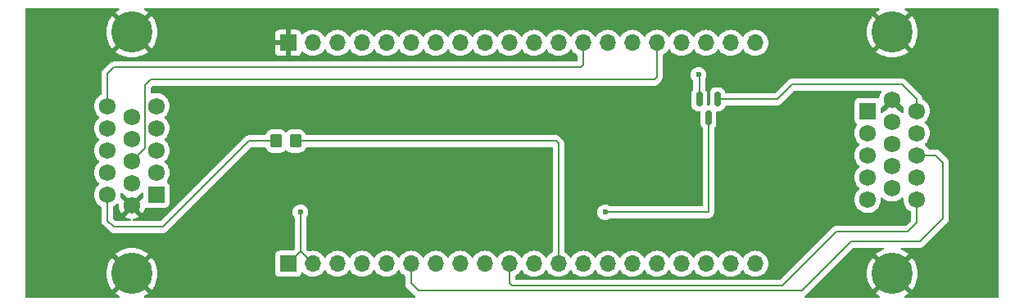
<source format=gtl>
G04 #@! TF.GenerationSoftware,KiCad,Pcbnew,8.0.9-8.0.9-0~ubuntu20.04.1*
G04 #@! TF.CreationDate,2025-03-28T22:04:46+00:00*
G04 #@! TF.ProjectId,ggroohauga-bridge,6767726f-6f68-4617-9567-612d62726964,rev?*
G04 #@! TF.SameCoordinates,Original*
G04 #@! TF.FileFunction,Copper,L1,Top*
G04 #@! TF.FilePolarity,Positive*
%FSLAX46Y46*%
G04 Gerber Fmt 4.6, Leading zero omitted, Abs format (unit mm)*
G04 Created by KiCad (PCBNEW 8.0.9-8.0.9-0~ubuntu20.04.1) date 2025-03-28 22:04:46*
%MOMM*%
%LPD*%
G01*
G04 APERTURE LIST*
G04 Aperture macros list*
%AMRoundRect*
0 Rectangle with rounded corners*
0 $1 Rounding radius*
0 $2 $3 $4 $5 $6 $7 $8 $9 X,Y pos of 4 corners*
0 Add a 4 corners polygon primitive as box body*
4,1,4,$2,$3,$4,$5,$6,$7,$8,$9,$2,$3,0*
0 Add four circle primitives for the rounded corners*
1,1,$1+$1,$2,$3*
1,1,$1+$1,$4,$5*
1,1,$1+$1,$6,$7*
1,1,$1+$1,$8,$9*
0 Add four rect primitives between the rounded corners*
20,1,$1+$1,$2,$3,$4,$5,0*
20,1,$1+$1,$4,$5,$6,$7,0*
20,1,$1+$1,$6,$7,$8,$9,0*
20,1,$1+$1,$8,$9,$2,$3,0*%
G04 Aperture macros list end*
G04 #@! TA.AperFunction,ComponentPad*
%ADD10R,1.700000X1.700000*%
G04 #@! TD*
G04 #@! TA.AperFunction,ComponentPad*
%ADD11O,1.700000X1.700000*%
G04 #@! TD*
G04 #@! TA.AperFunction,SMDPad,CuDef*
%ADD12RoundRect,0.150000X-0.150000X0.587500X-0.150000X-0.587500X0.150000X-0.587500X0.150000X0.587500X0*%
G04 #@! TD*
G04 #@! TA.AperFunction,SMDPad,CuDef*
%ADD13RoundRect,0.250000X0.350000X0.450000X-0.350000X0.450000X-0.350000X-0.450000X0.350000X-0.450000X0*%
G04 #@! TD*
G04 #@! TA.AperFunction,ComponentPad*
%ADD14R,1.725000X1.725000*%
G04 #@! TD*
G04 #@! TA.AperFunction,ComponentPad*
%ADD15C,1.725000*%
G04 #@! TD*
G04 #@! TA.AperFunction,ComponentPad*
%ADD16C,4.266000*%
G04 #@! TD*
G04 #@! TA.AperFunction,ViaPad*
%ADD17C,0.600000*%
G04 #@! TD*
G04 #@! TA.AperFunction,Conductor*
%ADD18C,0.200000*%
G04 #@! TD*
G04 APERTURE END LIST*
D10*
X81534000Y-54610000D03*
D11*
X84074000Y-54610000D03*
X86614000Y-54610000D03*
X89154000Y-54610000D03*
X91694000Y-54610000D03*
X94234000Y-54610000D03*
X96774000Y-54610000D03*
X99314000Y-54610000D03*
X101854000Y-54610000D03*
X104394000Y-54610000D03*
X106934000Y-54610000D03*
X109474000Y-54610000D03*
X112014000Y-54610000D03*
X114554000Y-54610000D03*
X117094000Y-54610000D03*
X119634000Y-54610000D03*
X122174000Y-54610000D03*
X124714000Y-54610000D03*
X127254000Y-54610000D03*
X129794000Y-54610000D03*
D12*
X125918000Y-60452000D03*
X124018000Y-60452000D03*
X124968000Y-62327000D03*
D10*
X81534000Y-77470000D03*
D11*
X84074000Y-77470000D03*
X86614000Y-77470000D03*
X89154000Y-77470000D03*
X91694000Y-77470000D03*
X94234000Y-77470000D03*
X96774000Y-77470000D03*
X99314000Y-77470000D03*
X101854000Y-77470000D03*
X104394000Y-77470000D03*
X106934000Y-77470000D03*
X109474000Y-77470000D03*
X112014000Y-77470000D03*
X114554000Y-77470000D03*
X117094000Y-77470000D03*
X119634000Y-77470000D03*
X122174000Y-77470000D03*
X124714000Y-77470000D03*
X127254000Y-77470000D03*
X129794000Y-77470000D03*
D13*
X82280000Y-64770000D03*
X80280000Y-64770000D03*
D14*
X67919600Y-70319200D03*
D15*
X67919600Y-68029200D03*
X67919600Y-65739200D03*
X67919600Y-63449200D03*
X67919600Y-61159200D03*
X65379600Y-71464200D03*
X65379600Y-69174200D03*
X65379600Y-66884200D03*
X65379600Y-64594200D03*
X65379600Y-62304200D03*
X62839600Y-70319200D03*
X62839600Y-68029200D03*
X62839600Y-65739200D03*
X62839600Y-63449200D03*
X62839600Y-61159200D03*
D16*
X65379600Y-53494200D03*
X65379600Y-78484200D03*
D14*
X141427200Y-61659200D03*
D15*
X141427200Y-63949200D03*
X141427200Y-66239200D03*
X141427200Y-68529200D03*
X141427200Y-70819200D03*
X143967200Y-60514200D03*
X143967200Y-62804200D03*
X143967200Y-65094200D03*
X143967200Y-67384200D03*
X143967200Y-69674200D03*
X146507200Y-61659200D03*
X146507200Y-63949200D03*
X146507200Y-66239200D03*
X146507200Y-68529200D03*
X146507200Y-70819200D03*
D16*
X143967200Y-53494200D03*
X143967200Y-78484200D03*
D17*
X114300000Y-72136000D03*
X82804000Y-72136000D03*
X123952000Y-57912000D03*
D18*
X119380000Y-58420000D02*
X67310000Y-58420000D01*
X66757100Y-58972900D02*
X66757100Y-65506700D01*
X119634000Y-58166000D02*
X119380000Y-58420000D01*
X66757100Y-65506700D02*
X65379600Y-66884200D01*
X119634000Y-54610000D02*
X119634000Y-58166000D01*
X67310000Y-58420000D02*
X66757100Y-58972900D01*
X111760000Y-57150000D02*
X63500000Y-57150000D01*
X112014000Y-54610000D02*
X111760000Y-54610000D01*
X112014000Y-54610000D02*
X112014000Y-56896000D01*
X63500000Y-57150000D02*
X62839600Y-57810400D01*
X62839600Y-57810400D02*
X62839600Y-61159200D01*
X112014000Y-56896000D02*
X111760000Y-57150000D01*
X80280000Y-64770000D02*
X77470000Y-64770000D01*
X62839600Y-72999600D02*
X62839600Y-70319200D01*
X77470000Y-64770000D02*
X68580000Y-73660000D01*
X63500000Y-73660000D02*
X62839600Y-72999600D01*
X68580000Y-73660000D02*
X63500000Y-73660000D01*
X62848250Y-68035000D02*
X62848250Y-67961750D01*
X65388250Y-71470000D02*
X65120000Y-71470000D01*
X65120000Y-71470000D02*
X64770000Y-71120000D01*
X109220000Y-64770000D02*
X82280000Y-64770000D01*
X109474000Y-77470000D02*
X109474000Y-65024000D01*
X109474000Y-65024000D02*
X109220000Y-64770000D01*
X94996000Y-80264000D02*
X134620000Y-80264000D01*
X134620000Y-80264000D02*
X139700000Y-75184000D01*
X149225000Y-67005200D02*
X148459000Y-66239200D01*
X149225000Y-72771000D02*
X149225000Y-67005200D01*
X148459000Y-66239200D02*
X146507200Y-66239200D01*
X146812000Y-75184000D02*
X149225000Y-72771000D01*
X94234000Y-77470000D02*
X94234000Y-79502000D01*
X94234000Y-79502000D02*
X94996000Y-80264000D01*
X139700000Y-75184000D02*
X146812000Y-75184000D01*
X145567400Y-74168000D02*
X138176000Y-74168000D01*
X138176000Y-74168000D02*
X132588000Y-79756000D01*
X104648000Y-79756000D02*
X104394000Y-79502000D01*
X104394000Y-79502000D02*
X104394000Y-77470000D01*
X132588000Y-79756000D02*
X104648000Y-79756000D01*
X146507200Y-73228200D02*
X146507200Y-70819200D01*
X145567400Y-74168000D02*
X146507200Y-73228200D01*
X124968000Y-72136000D02*
X124968000Y-62327000D01*
X82804000Y-76200000D02*
X84074000Y-77470000D01*
X81534000Y-77470000D02*
X82804000Y-76200000D01*
X82804000Y-72136000D02*
X82804000Y-76200000D01*
X114300000Y-72136000D02*
X124968000Y-72136000D01*
X124018000Y-57978000D02*
X123952000Y-57912000D01*
X124018000Y-60452000D02*
X124018000Y-57978000D01*
X124018000Y-60452000D02*
X123952000Y-60452000D01*
X143865600Y-66954400D02*
X143764000Y-67056000D01*
X143865600Y-66882400D02*
X143865600Y-66954400D01*
X144995759Y-58928000D02*
X146507200Y-60439441D01*
X132080000Y-60452000D02*
X133604000Y-58928000D01*
X125918000Y-60452000D02*
X132080000Y-60452000D01*
X146507200Y-60439441D02*
X146507200Y-61659200D01*
X133604000Y-58928000D02*
X144995759Y-58928000D01*
G04 #@! TA.AperFunction,Conductor*
G36*
X64045335Y-51015385D02*
G01*
X64091090Y-51068189D01*
X64101034Y-51137347D01*
X64072009Y-51200903D01*
X64042445Y-51225817D01*
X63881157Y-51323317D01*
X63881153Y-51323320D01*
X63702354Y-51463399D01*
X63702354Y-51463400D01*
X64421003Y-52182049D01*
X64320983Y-52254719D01*
X64140119Y-52435583D01*
X64067449Y-52535603D01*
X63348800Y-51816954D01*
X63348799Y-51816954D01*
X63208720Y-51995753D01*
X63208717Y-51995757D01*
X63043936Y-52268341D01*
X63043931Y-52268351D01*
X62913199Y-52558826D01*
X62913195Y-52558837D01*
X62818436Y-52862930D01*
X62761019Y-53176251D01*
X62741787Y-53494200D01*
X62761019Y-53812148D01*
X62818436Y-54125469D01*
X62913195Y-54429562D01*
X62913199Y-54429573D01*
X63043931Y-54720048D01*
X63043936Y-54720058D01*
X63208716Y-54992640D01*
X63208726Y-54992655D01*
X63348799Y-55171444D01*
X63348800Y-55171444D01*
X64067449Y-54452795D01*
X64140119Y-54552817D01*
X64320983Y-54733681D01*
X64421003Y-54806349D01*
X63702354Y-55524998D01*
X63702354Y-55524999D01*
X63881153Y-55665079D01*
X63881160Y-55665084D01*
X64153741Y-55829863D01*
X64153751Y-55829868D01*
X64444226Y-55960600D01*
X64444237Y-55960604D01*
X64748330Y-56055363D01*
X65061651Y-56112780D01*
X65379600Y-56132012D01*
X65697548Y-56112780D01*
X66010869Y-56055363D01*
X66314962Y-55960604D01*
X66314973Y-55960600D01*
X66605448Y-55829868D01*
X66605458Y-55829863D01*
X66878039Y-55665084D01*
X66878046Y-55665079D01*
X67056844Y-55524999D01*
X67056844Y-55524998D01*
X66338196Y-54806350D01*
X66438217Y-54733681D01*
X66619081Y-54552817D01*
X66691750Y-54452796D01*
X67410398Y-55171444D01*
X67410399Y-55171444D01*
X67550479Y-54992646D01*
X67550484Y-54992639D01*
X67715263Y-54720058D01*
X67715268Y-54720048D01*
X67846000Y-54429573D01*
X67846004Y-54429562D01*
X67940763Y-54125469D01*
X67998180Y-53812148D01*
X68017412Y-53494200D01*
X67998180Y-53176251D01*
X67940763Y-52862930D01*
X67846004Y-52558837D01*
X67846000Y-52558826D01*
X67715268Y-52268351D01*
X67715263Y-52268341D01*
X67550484Y-51995760D01*
X67550479Y-51995753D01*
X67410398Y-51816954D01*
X66691749Y-52535602D01*
X66619081Y-52435583D01*
X66438217Y-52254719D01*
X66338195Y-52182049D01*
X67056844Y-51463400D01*
X67056844Y-51463399D01*
X66878055Y-51323326D01*
X66878040Y-51323316D01*
X66716755Y-51225817D01*
X66669567Y-51174290D01*
X66657728Y-51105430D01*
X66684996Y-51041102D01*
X66742715Y-51001727D01*
X66780904Y-50995700D01*
X142565896Y-50995700D01*
X142632935Y-51015385D01*
X142678690Y-51068189D01*
X142688634Y-51137347D01*
X142659609Y-51200903D01*
X142630045Y-51225817D01*
X142468757Y-51323317D01*
X142468753Y-51323320D01*
X142289954Y-51463399D01*
X142289954Y-51463400D01*
X143008603Y-52182049D01*
X142908583Y-52254719D01*
X142727719Y-52435583D01*
X142655049Y-52535603D01*
X141936400Y-51816954D01*
X141936399Y-51816954D01*
X141796320Y-51995753D01*
X141796317Y-51995757D01*
X141631536Y-52268341D01*
X141631531Y-52268351D01*
X141500799Y-52558826D01*
X141500795Y-52558837D01*
X141406036Y-52862930D01*
X141348619Y-53176251D01*
X141329387Y-53494200D01*
X141348619Y-53812148D01*
X141406036Y-54125469D01*
X141500795Y-54429562D01*
X141500799Y-54429573D01*
X141631531Y-54720048D01*
X141631536Y-54720058D01*
X141796316Y-54992640D01*
X141796326Y-54992655D01*
X141936400Y-55171444D01*
X142655048Y-54452795D01*
X142727719Y-54552817D01*
X142908583Y-54733681D01*
X143008603Y-54806349D01*
X142289954Y-55524998D01*
X142289954Y-55524999D01*
X142468753Y-55665079D01*
X142468760Y-55665084D01*
X142741341Y-55829863D01*
X142741351Y-55829868D01*
X143031826Y-55960600D01*
X143031837Y-55960604D01*
X143335930Y-56055363D01*
X143649251Y-56112780D01*
X143967200Y-56132012D01*
X144285148Y-56112780D01*
X144598469Y-56055363D01*
X144902562Y-55960604D01*
X144902573Y-55960600D01*
X145193048Y-55829868D01*
X145193058Y-55829863D01*
X145465639Y-55665084D01*
X145465646Y-55665079D01*
X145644444Y-55524999D01*
X145644444Y-55524998D01*
X144925796Y-54806350D01*
X145025817Y-54733681D01*
X145206681Y-54552817D01*
X145279350Y-54452796D01*
X145997998Y-55171444D01*
X145997999Y-55171444D01*
X146138079Y-54992646D01*
X146138084Y-54992639D01*
X146302863Y-54720058D01*
X146302868Y-54720048D01*
X146433600Y-54429573D01*
X146433604Y-54429562D01*
X146528363Y-54125469D01*
X146585780Y-53812148D01*
X146605012Y-53494200D01*
X146585780Y-53176251D01*
X146528363Y-52862930D01*
X146433604Y-52558837D01*
X146433600Y-52558826D01*
X146302868Y-52268351D01*
X146302863Y-52268341D01*
X146138084Y-51995760D01*
X146138079Y-51995753D01*
X145997998Y-51816954D01*
X145279349Y-52535602D01*
X145206681Y-52435583D01*
X145025817Y-52254719D01*
X144925795Y-52182049D01*
X145644444Y-51463400D01*
X145644444Y-51463399D01*
X145465655Y-51323326D01*
X145465640Y-51323316D01*
X145304355Y-51225817D01*
X145257167Y-51174290D01*
X145245328Y-51105430D01*
X145272596Y-51041102D01*
X145330315Y-51001727D01*
X145368504Y-50995700D01*
X154848900Y-50995700D01*
X154915939Y-51015385D01*
X154961694Y-51068189D01*
X154972900Y-51119700D01*
X154972900Y-80858700D01*
X154953215Y-80925739D01*
X154900411Y-80971494D01*
X154848900Y-80982700D01*
X145368504Y-80982700D01*
X145301465Y-80963015D01*
X145255710Y-80910211D01*
X145245766Y-80841053D01*
X145274791Y-80777497D01*
X145304355Y-80752583D01*
X145465639Y-80655084D01*
X145465646Y-80655079D01*
X145644444Y-80514999D01*
X145644444Y-80514998D01*
X144925796Y-79796350D01*
X145025817Y-79723681D01*
X145206681Y-79542817D01*
X145279350Y-79442796D01*
X145997998Y-80161444D01*
X145997999Y-80161444D01*
X146138079Y-79982646D01*
X146138084Y-79982639D01*
X146302863Y-79710058D01*
X146302868Y-79710048D01*
X146433600Y-79419573D01*
X146433604Y-79419562D01*
X146528363Y-79115469D01*
X146585780Y-78802148D01*
X146605012Y-78484200D01*
X146585780Y-78166251D01*
X146528363Y-77852930D01*
X146433604Y-77548837D01*
X146433600Y-77548826D01*
X146302868Y-77258351D01*
X146302863Y-77258341D01*
X146138084Y-76985760D01*
X146138079Y-76985753D01*
X145997998Y-76806954D01*
X145279349Y-77525602D01*
X145206681Y-77425583D01*
X145025817Y-77244719D01*
X144925795Y-77172049D01*
X145644444Y-76453400D01*
X145644444Y-76453399D01*
X145465655Y-76313326D01*
X145465640Y-76313316D01*
X145193058Y-76148536D01*
X145193048Y-76148531D01*
X144910965Y-76021576D01*
X144857910Y-75976111D01*
X144837858Y-75909181D01*
X144857174Y-75842035D01*
X144909726Y-75795990D01*
X144961856Y-75784500D01*
X146725331Y-75784500D01*
X146725347Y-75784501D01*
X146732943Y-75784501D01*
X146891054Y-75784501D01*
X146891057Y-75784501D01*
X147043785Y-75743577D01*
X147093904Y-75714639D01*
X147180716Y-75664520D01*
X147292520Y-75552716D01*
X147292520Y-75552714D01*
X147302728Y-75542507D01*
X147302730Y-75542504D01*
X149583506Y-73261728D01*
X149583511Y-73261724D01*
X149593714Y-73251520D01*
X149593716Y-73251520D01*
X149705520Y-73139716D01*
X149784577Y-73002784D01*
X149814534Y-72890981D01*
X149825500Y-72850058D01*
X149825500Y-72691943D01*
X149825500Y-67094260D01*
X149825501Y-67094247D01*
X149825501Y-66926144D01*
X149825501Y-66926143D01*
X149784577Y-66773416D01*
X149718571Y-66659089D01*
X149705524Y-66636490D01*
X149705518Y-66636482D01*
X148946590Y-65877555D01*
X148946588Y-65877552D01*
X148827717Y-65758681D01*
X148827709Y-65758675D01*
X148706431Y-65688656D01*
X148706428Y-65688655D01*
X148690785Y-65679623D01*
X148538057Y-65638699D01*
X148379943Y-65638699D01*
X148372347Y-65638699D01*
X148372331Y-65638700D01*
X147810090Y-65638700D01*
X147743051Y-65619015D01*
X147706281Y-65582521D01*
X147586484Y-65399157D01*
X147433501Y-65232975D01*
X147433498Y-65232972D01*
X147433495Y-65232970D01*
X147380925Y-65192052D01*
X147340113Y-65135343D01*
X147336438Y-65065570D01*
X147371070Y-65004887D01*
X147380925Y-64996347D01*
X147433498Y-64955428D01*
X147586485Y-64789241D01*
X147710031Y-64600139D01*
X147800767Y-64393282D01*
X147856218Y-64174311D01*
X147864508Y-64074261D01*
X147874871Y-63949205D01*
X147874871Y-63949194D01*
X147862435Y-63799126D01*
X147856218Y-63724089D01*
X147800767Y-63505118D01*
X147710031Y-63298261D01*
X147609405Y-63144241D01*
X147586484Y-63109157D01*
X147433501Y-62942975D01*
X147433498Y-62942972D01*
X147380925Y-62902052D01*
X147340113Y-62845343D01*
X147336438Y-62775570D01*
X147371070Y-62714887D01*
X147380920Y-62706350D01*
X147433498Y-62665428D01*
X147586485Y-62499241D01*
X147710031Y-62310139D01*
X147800767Y-62103282D01*
X147856218Y-61884311D01*
X147870688Y-61709685D01*
X147874871Y-61659205D01*
X147874871Y-61659194D01*
X147859888Y-61478379D01*
X147856218Y-61434089D01*
X147800767Y-61215118D01*
X147710031Y-61008261D01*
X147661572Y-60934089D01*
X147586484Y-60819157D01*
X147433501Y-60652975D01*
X147433498Y-60652972D01*
X147352463Y-60589900D01*
X147255245Y-60514232D01*
X147255244Y-60514231D01*
X147255241Y-60514229D01*
X147255239Y-60514228D01*
X147172681Y-60469549D01*
X147123091Y-60420329D01*
X147109712Y-60368318D01*
X147108761Y-60368444D01*
X147107729Y-60360609D01*
X147107700Y-60360495D01*
X147107700Y-60360386D01*
X147107700Y-60360384D01*
X147066777Y-60207657D01*
X147035205Y-60152972D01*
X146987724Y-60070731D01*
X146987721Y-60070727D01*
X146987720Y-60070725D01*
X146875916Y-59958921D01*
X146875915Y-59958920D01*
X146871585Y-59954590D01*
X146871574Y-59954580D01*
X145483349Y-58566355D01*
X145483347Y-58566352D01*
X145364476Y-58447481D01*
X145364475Y-58447480D01*
X145277663Y-58397360D01*
X145277663Y-58397359D01*
X145277659Y-58397358D01*
X145227544Y-58368423D01*
X145074816Y-58327499D01*
X144916702Y-58327499D01*
X144909106Y-58327499D01*
X144909090Y-58327500D01*
X133524940Y-58327500D01*
X133484019Y-58338464D01*
X133484019Y-58338465D01*
X133446751Y-58348451D01*
X133372214Y-58368423D01*
X133372209Y-58368426D01*
X133235290Y-58447475D01*
X133235282Y-58447481D01*
X133123478Y-58559286D01*
X131867584Y-59815181D01*
X131806261Y-59848666D01*
X131779903Y-59851500D01*
X126834722Y-59851500D01*
X126767683Y-59831815D01*
X126721928Y-59779011D01*
X126715646Y-59762095D01*
X126669745Y-59604106D01*
X126669744Y-59604103D01*
X126669744Y-59604102D01*
X126586081Y-59462635D01*
X126586079Y-59462633D01*
X126586076Y-59462629D01*
X126469870Y-59346423D01*
X126469862Y-59346417D01*
X126391681Y-59300181D01*
X126328398Y-59262756D01*
X126328397Y-59262755D01*
X126328396Y-59262755D01*
X126328393Y-59262754D01*
X126170573Y-59216902D01*
X126170567Y-59216901D01*
X126133701Y-59214000D01*
X126133694Y-59214000D01*
X125702306Y-59214000D01*
X125702298Y-59214000D01*
X125665432Y-59216901D01*
X125665426Y-59216902D01*
X125507606Y-59262754D01*
X125507603Y-59262755D01*
X125366137Y-59346417D01*
X125366129Y-59346423D01*
X125249923Y-59462629D01*
X125249917Y-59462637D01*
X125166255Y-59604103D01*
X125166254Y-59604106D01*
X125120402Y-59761926D01*
X125120401Y-59761932D01*
X125117500Y-59798798D01*
X125117500Y-60965000D01*
X125097815Y-61032039D01*
X125045011Y-61077794D01*
X124993500Y-61089000D01*
X124942500Y-61089000D01*
X124875461Y-61069315D01*
X124829706Y-61016511D01*
X124818500Y-60965000D01*
X124818500Y-59798813D01*
X124818499Y-59798798D01*
X124815598Y-59761932D01*
X124815597Y-59761926D01*
X124769745Y-59604106D01*
X124769744Y-59604103D01*
X124769744Y-59604102D01*
X124686081Y-59462635D01*
X124686079Y-59462633D01*
X124686076Y-59462629D01*
X124654819Y-59431372D01*
X124621334Y-59370049D01*
X124618500Y-59343691D01*
X124618500Y-58391603D01*
X124637507Y-58325630D01*
X124677788Y-58261524D01*
X124683550Y-58245057D01*
X124737368Y-58091255D01*
X124740987Y-58059135D01*
X124757565Y-57912003D01*
X124757565Y-57911996D01*
X124737369Y-57732750D01*
X124737368Y-57732745D01*
X124695921Y-57614297D01*
X124677789Y-57562478D01*
X124650291Y-57518716D01*
X124638582Y-57500080D01*
X124581816Y-57409738D01*
X124454262Y-57282184D01*
X124426462Y-57264716D01*
X124301523Y-57186211D01*
X124131254Y-57126631D01*
X124131249Y-57126630D01*
X123952004Y-57106435D01*
X123951996Y-57106435D01*
X123772750Y-57126630D01*
X123772745Y-57126631D01*
X123602476Y-57186211D01*
X123449737Y-57282184D01*
X123322184Y-57409737D01*
X123226211Y-57562476D01*
X123166631Y-57732745D01*
X123166630Y-57732750D01*
X123146435Y-57911996D01*
X123146435Y-57912003D01*
X123166630Y-58091249D01*
X123166631Y-58091254D01*
X123226211Y-58261523D01*
X123322184Y-58414262D01*
X123381181Y-58473259D01*
X123414666Y-58534582D01*
X123417500Y-58560940D01*
X123417500Y-59343691D01*
X123397815Y-59410730D01*
X123381181Y-59431372D01*
X123349923Y-59462629D01*
X123349917Y-59462637D01*
X123266255Y-59604103D01*
X123266254Y-59604106D01*
X123220402Y-59761926D01*
X123220401Y-59761932D01*
X123217500Y-59798798D01*
X123217500Y-61105201D01*
X123220401Y-61142067D01*
X123220402Y-61142073D01*
X123266254Y-61299893D01*
X123266255Y-61299896D01*
X123266256Y-61299898D01*
X123279309Y-61321969D01*
X123349917Y-61441362D01*
X123349923Y-61441370D01*
X123466129Y-61557576D01*
X123466133Y-61557579D01*
X123466135Y-61557581D01*
X123607602Y-61641244D01*
X123626024Y-61646596D01*
X123765426Y-61687097D01*
X123765429Y-61687097D01*
X123765431Y-61687098D01*
X123802306Y-61690000D01*
X124043500Y-61690000D01*
X124110539Y-61709685D01*
X124156294Y-61762489D01*
X124167500Y-61814000D01*
X124167500Y-62980201D01*
X124170401Y-63017067D01*
X124170402Y-63017073D01*
X124216254Y-63174893D01*
X124216255Y-63174896D01*
X124299917Y-63316362D01*
X124299923Y-63316370D01*
X124331180Y-63347626D01*
X124364666Y-63408948D01*
X124367500Y-63435308D01*
X124367500Y-71411500D01*
X124347815Y-71478539D01*
X124295011Y-71524294D01*
X124243500Y-71535500D01*
X114882412Y-71535500D01*
X114815373Y-71515815D01*
X114805097Y-71508445D01*
X114802263Y-71506185D01*
X114802262Y-71506184D01*
X114744895Y-71470138D01*
X114649523Y-71410211D01*
X114479254Y-71350631D01*
X114479249Y-71350630D01*
X114300004Y-71330435D01*
X114299996Y-71330435D01*
X114120750Y-71350630D01*
X114120745Y-71350631D01*
X113950476Y-71410211D01*
X113797737Y-71506184D01*
X113670184Y-71633737D01*
X113574211Y-71786476D01*
X113514631Y-71956745D01*
X113514630Y-71956750D01*
X113494435Y-72135996D01*
X113494435Y-72136003D01*
X113514630Y-72315249D01*
X113514631Y-72315254D01*
X113574211Y-72485523D01*
X113656525Y-72616524D01*
X113670184Y-72638262D01*
X113797738Y-72765816D01*
X113835485Y-72789534D01*
X113938554Y-72854297D01*
X113950478Y-72861789D01*
X114033887Y-72890975D01*
X114120745Y-72921368D01*
X114120750Y-72921369D01*
X114299996Y-72941565D01*
X114300000Y-72941565D01*
X114300004Y-72941565D01*
X114479249Y-72921369D01*
X114479252Y-72921368D01*
X114479255Y-72921368D01*
X114649522Y-72861789D01*
X114802262Y-72765816D01*
X114802267Y-72765810D01*
X114805097Y-72763555D01*
X114807275Y-72762665D01*
X114808158Y-72762111D01*
X114808255Y-72762265D01*
X114869783Y-72737145D01*
X114882412Y-72736500D01*
X125047055Y-72736500D01*
X125047057Y-72736500D01*
X125199784Y-72695577D01*
X125336716Y-72616520D01*
X125448520Y-72504716D01*
X125527577Y-72367784D01*
X125568500Y-72215057D01*
X125568500Y-63435308D01*
X125588185Y-63368269D01*
X125604820Y-63347626D01*
X125636076Y-63316370D01*
X125636081Y-63316365D01*
X125719744Y-63174898D01*
X125765598Y-63017069D01*
X125768500Y-62980194D01*
X125768500Y-61814000D01*
X125788185Y-61746961D01*
X125840989Y-61701206D01*
X125892500Y-61690000D01*
X126133686Y-61690000D01*
X126133694Y-61690000D01*
X126170569Y-61687098D01*
X126170571Y-61687097D01*
X126170573Y-61687097D01*
X126212191Y-61675005D01*
X126328398Y-61641244D01*
X126469865Y-61557581D01*
X126586081Y-61441365D01*
X126669744Y-61299898D01*
X126710612Y-61159230D01*
X126715646Y-61141905D01*
X126753252Y-61083019D01*
X126816725Y-61053813D01*
X126834722Y-61052500D01*
X131993331Y-61052500D01*
X131993347Y-61052501D01*
X132000943Y-61052501D01*
X132159054Y-61052501D01*
X132159057Y-61052501D01*
X132311785Y-61011577D01*
X132369285Y-60978379D01*
X132448716Y-60932520D01*
X132560520Y-60820716D01*
X132560520Y-60820714D01*
X132570724Y-60810511D01*
X132570727Y-60810506D01*
X133816416Y-59564819D01*
X133877739Y-59531334D01*
X133904097Y-59528500D01*
X142754544Y-59528500D01*
X142821583Y-59548185D01*
X142867338Y-59600989D01*
X142877282Y-59670147D01*
X142858353Y-59720322D01*
X142764808Y-59863502D01*
X142674105Y-60070284D01*
X142674105Y-60070285D01*
X142630403Y-60242857D01*
X142594864Y-60303012D01*
X142532443Y-60334404D01*
X142466866Y-60328598D01*
X142397185Y-60302609D01*
X142397183Y-60302608D01*
X142337583Y-60296201D01*
X142337581Y-60296200D01*
X142337573Y-60296200D01*
X142337564Y-60296200D01*
X140516829Y-60296200D01*
X140516823Y-60296201D01*
X140457216Y-60302608D01*
X140322371Y-60352902D01*
X140322364Y-60352906D01*
X140207155Y-60439152D01*
X140207152Y-60439155D01*
X140120906Y-60554364D01*
X140120902Y-60554371D01*
X140070608Y-60689217D01*
X140064201Y-60748816D01*
X140064200Y-60748835D01*
X140064200Y-62569570D01*
X140064201Y-62569576D01*
X140070608Y-62629183D01*
X140120902Y-62764028D01*
X140120906Y-62764035D01*
X140207152Y-62879244D01*
X140207155Y-62879247D01*
X140309437Y-62955816D01*
X140351308Y-63011750D01*
X140356292Y-63081441D01*
X140338935Y-63122903D01*
X140224368Y-63298261D01*
X140133633Y-63505117D01*
X140078181Y-63724092D01*
X140059529Y-63949194D01*
X140059529Y-63949205D01*
X140078181Y-64174307D01*
X140078181Y-64174310D01*
X140078182Y-64174311D01*
X140133633Y-64393282D01*
X140224368Y-64600138D01*
X140347915Y-64789242D01*
X140500898Y-64955424D01*
X140500903Y-64955429D01*
X140553474Y-64996347D01*
X140594287Y-65053058D01*
X140597960Y-65122831D01*
X140563329Y-65183514D01*
X140553474Y-65192053D01*
X140500903Y-65232970D01*
X140500898Y-65232975D01*
X140347915Y-65399157D01*
X140224368Y-65588261D01*
X140133633Y-65795117D01*
X140078181Y-66014092D01*
X140059529Y-66239194D01*
X140059529Y-66239205D01*
X140078181Y-66464307D01*
X140078181Y-66464310D01*
X140078182Y-66464311D01*
X140133633Y-66683282D01*
X140224368Y-66890138D01*
X140347915Y-67079242D01*
X140500898Y-67245424D01*
X140500903Y-67245429D01*
X140553474Y-67286347D01*
X140594287Y-67343058D01*
X140597960Y-67412831D01*
X140563329Y-67473514D01*
X140553474Y-67482053D01*
X140500903Y-67522970D01*
X140500898Y-67522975D01*
X140347915Y-67689157D01*
X140224368Y-67878261D01*
X140133633Y-68085117D01*
X140078181Y-68304092D01*
X140059529Y-68529194D01*
X140059529Y-68529205D01*
X140078181Y-68754307D01*
X140078181Y-68754310D01*
X140078182Y-68754311D01*
X140131953Y-68966649D01*
X140133633Y-68973282D01*
X140224368Y-69180138D01*
X140347915Y-69369242D01*
X140500898Y-69535424D01*
X140500903Y-69535429D01*
X140553474Y-69576347D01*
X140594287Y-69633058D01*
X140597960Y-69702831D01*
X140563329Y-69763514D01*
X140553474Y-69772053D01*
X140500903Y-69812970D01*
X140500898Y-69812975D01*
X140347915Y-69979157D01*
X140224368Y-70168261D01*
X140133633Y-70375117D01*
X140078181Y-70594092D01*
X140059529Y-70819194D01*
X140059529Y-70819205D01*
X140078181Y-71044307D01*
X140133633Y-71263282D01*
X140224368Y-71470138D01*
X140347915Y-71659242D01*
X140500898Y-71825424D01*
X140500902Y-71825428D01*
X140679155Y-71964168D01*
X140877813Y-72071677D01*
X140988750Y-72109761D01*
X141091453Y-72145020D01*
X141091455Y-72145020D01*
X141091457Y-72145021D01*
X141314259Y-72182200D01*
X141314260Y-72182200D01*
X141540140Y-72182200D01*
X141540141Y-72182200D01*
X141762943Y-72145021D01*
X141976587Y-72071677D01*
X142175245Y-71964168D01*
X142353498Y-71825428D01*
X142506485Y-71659241D01*
X142630031Y-71470139D01*
X142720767Y-71263282D01*
X142776218Y-71044311D01*
X142794871Y-70819200D01*
X142794868Y-70819169D01*
X142787726Y-70732970D01*
X142801807Y-70664534D01*
X142850652Y-70614575D01*
X142918753Y-70598954D01*
X142984488Y-70622631D01*
X143002529Y-70638744D01*
X143040902Y-70680428D01*
X143219155Y-70819168D01*
X143417813Y-70926677D01*
X143528750Y-70964761D01*
X143631453Y-71000020D01*
X143631455Y-71000020D01*
X143631457Y-71000021D01*
X143854259Y-71037200D01*
X143854260Y-71037200D01*
X144080140Y-71037200D01*
X144080141Y-71037200D01*
X144302943Y-71000021D01*
X144516587Y-70926677D01*
X144715245Y-70819168D01*
X144893498Y-70680428D01*
X144931869Y-70638745D01*
X144991754Y-70602757D01*
X145061592Y-70604857D01*
X145119208Y-70644380D01*
X145146310Y-70708780D01*
X145146674Y-70732969D01*
X145139530Y-70819194D01*
X145139529Y-70819204D01*
X145139529Y-70819205D01*
X145158181Y-71044307D01*
X145213633Y-71263282D01*
X145304368Y-71470138D01*
X145427915Y-71659242D01*
X145580898Y-71825424D01*
X145580902Y-71825428D01*
X145687143Y-71908119D01*
X145759152Y-71964166D01*
X145759156Y-71964169D01*
X145841717Y-72008848D01*
X145891308Y-72058067D01*
X145906700Y-72117903D01*
X145906700Y-72928103D01*
X145887015Y-72995142D01*
X145870381Y-73015784D01*
X145354984Y-73531181D01*
X145293661Y-73564666D01*
X145267303Y-73567500D01*
X138096940Y-73567500D01*
X138056019Y-73578464D01*
X138056019Y-73578465D01*
X138018751Y-73588451D01*
X137944214Y-73608423D01*
X137944209Y-73608426D01*
X137807290Y-73687475D01*
X137807282Y-73687481D01*
X137695478Y-73799286D01*
X132375584Y-79119181D01*
X132314261Y-79152666D01*
X132287903Y-79155500D01*
X105118500Y-79155500D01*
X105051461Y-79135815D01*
X105005706Y-79083011D01*
X104994500Y-79031500D01*
X104994500Y-78759090D01*
X105014185Y-78692051D01*
X105066101Y-78646706D01*
X105071830Y-78644035D01*
X105265401Y-78508495D01*
X105432495Y-78341401D01*
X105546891Y-78178026D01*
X105562425Y-78155842D01*
X105617002Y-78112217D01*
X105686500Y-78105023D01*
X105748855Y-78136546D01*
X105765575Y-78155842D01*
X105895500Y-78341395D01*
X105895505Y-78341401D01*
X106062599Y-78508495D01*
X106159384Y-78576265D01*
X106256165Y-78644032D01*
X106256167Y-78644033D01*
X106256170Y-78644035D01*
X106470337Y-78743903D01*
X106698592Y-78805063D01*
X106875034Y-78820500D01*
X106933999Y-78825659D01*
X106934000Y-78825659D01*
X106934001Y-78825659D01*
X106992966Y-78820500D01*
X107169408Y-78805063D01*
X107397663Y-78743903D01*
X107611830Y-78644035D01*
X107805401Y-78508495D01*
X107972495Y-78341401D01*
X108086891Y-78178026D01*
X108102425Y-78155842D01*
X108157002Y-78112217D01*
X108226500Y-78105023D01*
X108288855Y-78136546D01*
X108305575Y-78155842D01*
X108435500Y-78341395D01*
X108435505Y-78341401D01*
X108602599Y-78508495D01*
X108699384Y-78576265D01*
X108796165Y-78644032D01*
X108796167Y-78644033D01*
X108796170Y-78644035D01*
X109010337Y-78743903D01*
X109238592Y-78805063D01*
X109415034Y-78820500D01*
X109473999Y-78825659D01*
X109474000Y-78825659D01*
X109474001Y-78825659D01*
X109532966Y-78820500D01*
X109709408Y-78805063D01*
X109937663Y-78743903D01*
X110151830Y-78644035D01*
X110345401Y-78508495D01*
X110512495Y-78341401D01*
X110626891Y-78178026D01*
X110642425Y-78155842D01*
X110697002Y-78112217D01*
X110766500Y-78105023D01*
X110828855Y-78136546D01*
X110845575Y-78155842D01*
X110975500Y-78341395D01*
X110975505Y-78341401D01*
X111142599Y-78508495D01*
X111239384Y-78576265D01*
X111336165Y-78644032D01*
X111336167Y-78644033D01*
X111336170Y-78644035D01*
X111550337Y-78743903D01*
X111778592Y-78805063D01*
X111955034Y-78820500D01*
X112013999Y-78825659D01*
X112014000Y-78825659D01*
X112014001Y-78825659D01*
X112072966Y-78820500D01*
X112249408Y-78805063D01*
X112477663Y-78743903D01*
X112691830Y-78644035D01*
X112885401Y-78508495D01*
X113052495Y-78341401D01*
X113166891Y-78178026D01*
X113182425Y-78155842D01*
X113237002Y-78112217D01*
X113306500Y-78105023D01*
X113368855Y-78136546D01*
X113385575Y-78155842D01*
X113515500Y-78341395D01*
X113515505Y-78341401D01*
X113682599Y-78508495D01*
X113779384Y-78576265D01*
X113876165Y-78644032D01*
X113876167Y-78644033D01*
X113876170Y-78644035D01*
X114090337Y-78743903D01*
X114318592Y-78805063D01*
X114495034Y-78820500D01*
X114553999Y-78825659D01*
X114554000Y-78825659D01*
X114554001Y-78825659D01*
X114612966Y-78820500D01*
X114789408Y-78805063D01*
X115017663Y-78743903D01*
X115231830Y-78644035D01*
X115425401Y-78508495D01*
X115592495Y-78341401D01*
X115706891Y-78178026D01*
X115722425Y-78155842D01*
X115777002Y-78112217D01*
X115846500Y-78105023D01*
X115908855Y-78136546D01*
X115925575Y-78155842D01*
X116055500Y-78341395D01*
X116055505Y-78341401D01*
X116222599Y-78508495D01*
X116319384Y-78576265D01*
X116416165Y-78644032D01*
X116416167Y-78644033D01*
X116416170Y-78644035D01*
X116630337Y-78743903D01*
X116858592Y-78805063D01*
X117035034Y-78820500D01*
X117093999Y-78825659D01*
X117094000Y-78825659D01*
X117094001Y-78825659D01*
X117152966Y-78820500D01*
X117329408Y-78805063D01*
X117557663Y-78743903D01*
X117771830Y-78644035D01*
X117965401Y-78508495D01*
X118132495Y-78341401D01*
X118246891Y-78178026D01*
X118262425Y-78155842D01*
X118317002Y-78112217D01*
X118386500Y-78105023D01*
X118448855Y-78136546D01*
X118465575Y-78155842D01*
X118595500Y-78341395D01*
X118595505Y-78341401D01*
X118762599Y-78508495D01*
X118859384Y-78576265D01*
X118956165Y-78644032D01*
X118956167Y-78644033D01*
X118956170Y-78644035D01*
X119170337Y-78743903D01*
X119398592Y-78805063D01*
X119575034Y-78820500D01*
X119633999Y-78825659D01*
X119634000Y-78825659D01*
X119634001Y-78825659D01*
X119692966Y-78820500D01*
X119869408Y-78805063D01*
X120097663Y-78743903D01*
X120311830Y-78644035D01*
X120505401Y-78508495D01*
X120672495Y-78341401D01*
X120786891Y-78178026D01*
X120802425Y-78155842D01*
X120857002Y-78112217D01*
X120926500Y-78105023D01*
X120988855Y-78136546D01*
X121005575Y-78155842D01*
X121135500Y-78341395D01*
X121135505Y-78341401D01*
X121302599Y-78508495D01*
X121399384Y-78576265D01*
X121496165Y-78644032D01*
X121496167Y-78644033D01*
X121496170Y-78644035D01*
X121710337Y-78743903D01*
X121938592Y-78805063D01*
X122115034Y-78820500D01*
X122173999Y-78825659D01*
X122174000Y-78825659D01*
X122174001Y-78825659D01*
X122232966Y-78820500D01*
X122409408Y-78805063D01*
X122637663Y-78743903D01*
X122851830Y-78644035D01*
X123045401Y-78508495D01*
X123212495Y-78341401D01*
X123326891Y-78178026D01*
X123342425Y-78155842D01*
X123397002Y-78112217D01*
X123466500Y-78105023D01*
X123528855Y-78136546D01*
X123545575Y-78155842D01*
X123675500Y-78341395D01*
X123675505Y-78341401D01*
X123842599Y-78508495D01*
X123939384Y-78576265D01*
X124036165Y-78644032D01*
X124036167Y-78644033D01*
X124036170Y-78644035D01*
X124250337Y-78743903D01*
X124478592Y-78805063D01*
X124655034Y-78820500D01*
X124713999Y-78825659D01*
X124714000Y-78825659D01*
X124714001Y-78825659D01*
X124772966Y-78820500D01*
X124949408Y-78805063D01*
X125177663Y-78743903D01*
X125391830Y-78644035D01*
X125585401Y-78508495D01*
X125752495Y-78341401D01*
X125866891Y-78178026D01*
X125882425Y-78155842D01*
X125937002Y-78112217D01*
X126006500Y-78105023D01*
X126068855Y-78136546D01*
X126085575Y-78155842D01*
X126215500Y-78341395D01*
X126215505Y-78341401D01*
X126382599Y-78508495D01*
X126479384Y-78576265D01*
X126576165Y-78644032D01*
X126576167Y-78644033D01*
X126576170Y-78644035D01*
X126790337Y-78743903D01*
X127018592Y-78805063D01*
X127195034Y-78820500D01*
X127253999Y-78825659D01*
X127254000Y-78825659D01*
X127254001Y-78825659D01*
X127312966Y-78820500D01*
X127489408Y-78805063D01*
X127717663Y-78743903D01*
X127931830Y-78644035D01*
X128125401Y-78508495D01*
X128292495Y-78341401D01*
X128406891Y-78178026D01*
X128422425Y-78155842D01*
X128477002Y-78112217D01*
X128546500Y-78105023D01*
X128608855Y-78136546D01*
X128625575Y-78155842D01*
X128755500Y-78341395D01*
X128755505Y-78341401D01*
X128922599Y-78508495D01*
X129019384Y-78576265D01*
X129116165Y-78644032D01*
X129116167Y-78644033D01*
X129116170Y-78644035D01*
X129330337Y-78743903D01*
X129558592Y-78805063D01*
X129735034Y-78820500D01*
X129793999Y-78825659D01*
X129794000Y-78825659D01*
X129794001Y-78825659D01*
X129852966Y-78820500D01*
X130029408Y-78805063D01*
X130257663Y-78743903D01*
X130471830Y-78644035D01*
X130665401Y-78508495D01*
X130832495Y-78341401D01*
X130968035Y-78147830D01*
X131067903Y-77933663D01*
X131129063Y-77705408D01*
X131149659Y-77470000D01*
X131129063Y-77234592D01*
X131067903Y-77006337D01*
X130968035Y-76792171D01*
X130962425Y-76784158D01*
X130832494Y-76598597D01*
X130665402Y-76431506D01*
X130665395Y-76431501D01*
X130471834Y-76295967D01*
X130471830Y-76295965D01*
X130466085Y-76293286D01*
X130257663Y-76196097D01*
X130257659Y-76196096D01*
X130257655Y-76196094D01*
X130029413Y-76134938D01*
X130029403Y-76134936D01*
X129794001Y-76114341D01*
X129793999Y-76114341D01*
X129558596Y-76134936D01*
X129558586Y-76134938D01*
X129330344Y-76196094D01*
X129330335Y-76196098D01*
X129116171Y-76295964D01*
X129116169Y-76295965D01*
X128922597Y-76431505D01*
X128755505Y-76598597D01*
X128625575Y-76784158D01*
X128570998Y-76827783D01*
X128501500Y-76834977D01*
X128439145Y-76803454D01*
X128422425Y-76784158D01*
X128292494Y-76598597D01*
X128125402Y-76431506D01*
X128125395Y-76431501D01*
X127931834Y-76295967D01*
X127931830Y-76295965D01*
X127926085Y-76293286D01*
X127717663Y-76196097D01*
X127717659Y-76196096D01*
X127717655Y-76196094D01*
X127489413Y-76134938D01*
X127489403Y-76134936D01*
X127254001Y-76114341D01*
X127253999Y-76114341D01*
X127018596Y-76134936D01*
X127018586Y-76134938D01*
X126790344Y-76196094D01*
X126790335Y-76196098D01*
X126576171Y-76295964D01*
X126576169Y-76295965D01*
X126382597Y-76431505D01*
X126215505Y-76598597D01*
X126085575Y-76784158D01*
X126030998Y-76827783D01*
X125961500Y-76834977D01*
X125899145Y-76803454D01*
X125882425Y-76784158D01*
X125752494Y-76598597D01*
X125585402Y-76431506D01*
X125585395Y-76431501D01*
X125391834Y-76295967D01*
X125391830Y-76295965D01*
X125386085Y-76293286D01*
X125177663Y-76196097D01*
X125177659Y-76196096D01*
X125177655Y-76196094D01*
X124949413Y-76134938D01*
X124949403Y-76134936D01*
X124714001Y-76114341D01*
X124713999Y-76114341D01*
X124478596Y-76134936D01*
X124478586Y-76134938D01*
X124250344Y-76196094D01*
X124250335Y-76196098D01*
X124036171Y-76295964D01*
X124036169Y-76295965D01*
X123842597Y-76431505D01*
X123675505Y-76598597D01*
X123545575Y-76784158D01*
X123490998Y-76827783D01*
X123421500Y-76834977D01*
X123359145Y-76803454D01*
X123342425Y-76784158D01*
X123212494Y-76598597D01*
X123045402Y-76431506D01*
X123045395Y-76431501D01*
X122851834Y-76295967D01*
X122851830Y-76295965D01*
X122846085Y-76293286D01*
X122637663Y-76196097D01*
X122637659Y-76196096D01*
X122637655Y-76196094D01*
X122409413Y-76134938D01*
X122409403Y-76134936D01*
X122174001Y-76114341D01*
X122173999Y-76114341D01*
X121938596Y-76134936D01*
X121938586Y-76134938D01*
X121710344Y-76196094D01*
X121710335Y-76196098D01*
X121496171Y-76295964D01*
X121496169Y-76295965D01*
X121302597Y-76431505D01*
X121135505Y-76598597D01*
X121005575Y-76784158D01*
X120950998Y-76827783D01*
X120881500Y-76834977D01*
X120819145Y-76803454D01*
X120802425Y-76784158D01*
X120672494Y-76598597D01*
X120505402Y-76431506D01*
X120505395Y-76431501D01*
X120311834Y-76295967D01*
X120311830Y-76295965D01*
X120306085Y-76293286D01*
X120097663Y-76196097D01*
X120097659Y-76196096D01*
X120097655Y-76196094D01*
X119869413Y-76134938D01*
X119869403Y-76134936D01*
X119634001Y-76114341D01*
X119633999Y-76114341D01*
X119398596Y-76134936D01*
X119398586Y-76134938D01*
X119170344Y-76196094D01*
X119170335Y-76196098D01*
X118956171Y-76295964D01*
X118956169Y-76295965D01*
X118762597Y-76431505D01*
X118595505Y-76598597D01*
X118465575Y-76784158D01*
X118410998Y-76827783D01*
X118341500Y-76834977D01*
X118279145Y-76803454D01*
X118262425Y-76784158D01*
X118132494Y-76598597D01*
X117965402Y-76431506D01*
X117965395Y-76431501D01*
X117771834Y-76295967D01*
X117771830Y-76295965D01*
X117766085Y-76293286D01*
X117557663Y-76196097D01*
X117557659Y-76196096D01*
X117557655Y-76196094D01*
X117329413Y-76134938D01*
X117329403Y-76134936D01*
X117094001Y-76114341D01*
X117093999Y-76114341D01*
X116858596Y-76134936D01*
X116858586Y-76134938D01*
X116630344Y-76196094D01*
X116630335Y-76196098D01*
X116416171Y-76295964D01*
X116416169Y-76295965D01*
X116222597Y-76431505D01*
X116055505Y-76598597D01*
X115925575Y-76784158D01*
X115870998Y-76827783D01*
X115801500Y-76834977D01*
X115739145Y-76803454D01*
X115722425Y-76784158D01*
X115592494Y-76598597D01*
X115425402Y-76431506D01*
X115425395Y-76431501D01*
X115231834Y-76295967D01*
X115231830Y-76295965D01*
X115226085Y-76293286D01*
X115017663Y-76196097D01*
X115017659Y-76196096D01*
X115017655Y-76196094D01*
X114789413Y-76134938D01*
X114789403Y-76134936D01*
X114554001Y-76114341D01*
X114553999Y-76114341D01*
X114318596Y-76134936D01*
X114318586Y-76134938D01*
X114090344Y-76196094D01*
X114090335Y-76196098D01*
X113876171Y-76295964D01*
X113876169Y-76295965D01*
X113682597Y-76431505D01*
X113515505Y-76598597D01*
X113385575Y-76784158D01*
X113330998Y-76827783D01*
X113261500Y-76834977D01*
X113199145Y-76803454D01*
X113182425Y-76784158D01*
X113052494Y-76598597D01*
X112885402Y-76431506D01*
X112885395Y-76431501D01*
X112691834Y-76295967D01*
X112691830Y-76295965D01*
X112686085Y-76293286D01*
X112477663Y-76196097D01*
X112477659Y-76196096D01*
X112477655Y-76196094D01*
X112249413Y-76134938D01*
X112249403Y-76134936D01*
X112014001Y-76114341D01*
X112013999Y-76114341D01*
X111778596Y-76134936D01*
X111778586Y-76134938D01*
X111550344Y-76196094D01*
X111550335Y-76196098D01*
X111336171Y-76295964D01*
X111336169Y-76295965D01*
X111142597Y-76431505D01*
X110975505Y-76598597D01*
X110845575Y-76784158D01*
X110790998Y-76827783D01*
X110721500Y-76834977D01*
X110659145Y-76803454D01*
X110642425Y-76784158D01*
X110512494Y-76598597D01*
X110345402Y-76431506D01*
X110345395Y-76431501D01*
X110151831Y-76295965D01*
X110151826Y-76295962D01*
X110146091Y-76293288D01*
X110093653Y-76247113D01*
X110074500Y-76180908D01*
X110074500Y-64944944D01*
X110074499Y-64944938D01*
X110067510Y-64918854D01*
X110033577Y-64792215D01*
X109999373Y-64732972D01*
X109999373Y-64732971D01*
X109954524Y-64655290D01*
X109954521Y-64655286D01*
X109954520Y-64655284D01*
X109842716Y-64543480D01*
X109842715Y-64543479D01*
X109838385Y-64539149D01*
X109838374Y-64539139D01*
X109707590Y-64408355D01*
X109707588Y-64408352D01*
X109588717Y-64289481D01*
X109588716Y-64289480D01*
X109501904Y-64239360D01*
X109501904Y-64239359D01*
X109501900Y-64239358D01*
X109451785Y-64210423D01*
X109299057Y-64169499D01*
X109140943Y-64169499D01*
X109133347Y-64169499D01*
X109133331Y-64169500D01*
X83460301Y-64169500D01*
X83393262Y-64149815D01*
X83347507Y-64097011D01*
X83342595Y-64084504D01*
X83314814Y-64000666D01*
X83222712Y-63851344D01*
X83098656Y-63727288D01*
X82949334Y-63635186D01*
X82782797Y-63580001D01*
X82782795Y-63580000D01*
X82680010Y-63569500D01*
X81879998Y-63569500D01*
X81879980Y-63569501D01*
X81777203Y-63580000D01*
X81777200Y-63580001D01*
X81610668Y-63635185D01*
X81610663Y-63635187D01*
X81461342Y-63727289D01*
X81367681Y-63820951D01*
X81306358Y-63854436D01*
X81236666Y-63849452D01*
X81192319Y-63820951D01*
X81098657Y-63727289D01*
X81098656Y-63727288D01*
X80949334Y-63635186D01*
X80782797Y-63580001D01*
X80782795Y-63580000D01*
X80680010Y-63569500D01*
X79879998Y-63569500D01*
X79879980Y-63569501D01*
X79777203Y-63580000D01*
X79777200Y-63580001D01*
X79610668Y-63635185D01*
X79610663Y-63635187D01*
X79461342Y-63727289D01*
X79337289Y-63851342D01*
X79245187Y-64000663D01*
X79245185Y-64000668D01*
X79217405Y-64084504D01*
X79177632Y-64141949D01*
X79113116Y-64168772D01*
X79099699Y-64169500D01*
X77556670Y-64169500D01*
X77556654Y-64169499D01*
X77549058Y-64169499D01*
X77390943Y-64169499D01*
X77314579Y-64189961D01*
X77238214Y-64210423D01*
X77238209Y-64210426D01*
X77101290Y-64289475D01*
X77101282Y-64289481D01*
X68367584Y-73023181D01*
X68306261Y-73056666D01*
X68279903Y-73059500D01*
X65593865Y-73059500D01*
X65526826Y-73039815D01*
X65481071Y-72987011D01*
X65471127Y-72917853D01*
X65500152Y-72854297D01*
X65558930Y-72816523D01*
X65573456Y-72813191D01*
X65715222Y-72789534D01*
X65928781Y-72716219D01*
X65928787Y-72716217D01*
X66127372Y-72608747D01*
X66127375Y-72608745D01*
X66151676Y-72589830D01*
X65570246Y-72008400D01*
X65601542Y-72000015D01*
X65732658Y-71924315D01*
X65839715Y-71817258D01*
X65915415Y-71686142D01*
X65923800Y-71654846D01*
X66503693Y-72234740D01*
X66581987Y-72114904D01*
X66581992Y-72114896D01*
X66672692Y-71908119D01*
X66716395Y-71735543D01*
X66751935Y-71675387D01*
X66814355Y-71643995D01*
X66879934Y-71649801D01*
X66949617Y-71675791D01*
X66949616Y-71675791D01*
X66956544Y-71676535D01*
X67009227Y-71682200D01*
X68829972Y-71682199D01*
X68889583Y-71675791D01*
X69024431Y-71625496D01*
X69139646Y-71539246D01*
X69225896Y-71424031D01*
X69276191Y-71289183D01*
X69282600Y-71229573D01*
X69282599Y-69408828D01*
X69276191Y-69349217D01*
X69225896Y-69214369D01*
X69225895Y-69214368D01*
X69225893Y-69214364D01*
X69139647Y-69099155D01*
X69037361Y-69022583D01*
X68995491Y-68966649D01*
X68990507Y-68896958D01*
X69007863Y-68855497D01*
X69122431Y-68680139D01*
X69213167Y-68473282D01*
X69268618Y-68254311D01*
X69286779Y-68035139D01*
X69287271Y-68029205D01*
X69287271Y-68029194D01*
X69274764Y-67878261D01*
X69268618Y-67804089D01*
X69213167Y-67585118D01*
X69122431Y-67378261D01*
X69089778Y-67328282D01*
X68998884Y-67189157D01*
X68845901Y-67022975D01*
X68845898Y-67022972D01*
X68845895Y-67022970D01*
X68793325Y-66982052D01*
X68752513Y-66925343D01*
X68748838Y-66855570D01*
X68783470Y-66794887D01*
X68793325Y-66786347D01*
X68845898Y-66745428D01*
X68998885Y-66579241D01*
X69122431Y-66390139D01*
X69213167Y-66183282D01*
X69268618Y-65964311D01*
X69285657Y-65758680D01*
X69287271Y-65739205D01*
X69287271Y-65739194D01*
X69270710Y-65539334D01*
X69268618Y-65514089D01*
X69213167Y-65295118D01*
X69122431Y-65088261D01*
X69011753Y-64918855D01*
X68998884Y-64899157D01*
X68845899Y-64732973D01*
X68845898Y-64732972D01*
X68793325Y-64692052D01*
X68752513Y-64635343D01*
X68748838Y-64565570D01*
X68783470Y-64504887D01*
X68793325Y-64496347D01*
X68845898Y-64455428D01*
X68998885Y-64289241D01*
X69122431Y-64100139D01*
X69213167Y-63893282D01*
X69268618Y-63674311D01*
X69286779Y-63455139D01*
X69287271Y-63449205D01*
X69287271Y-63449194D01*
X69274764Y-63298261D01*
X69268618Y-63224089D01*
X69213167Y-63005118D01*
X69122431Y-62798261D01*
X69035645Y-62665424D01*
X68998884Y-62609157D01*
X68845901Y-62442975D01*
X68845898Y-62442972D01*
X68845895Y-62442970D01*
X68793325Y-62402052D01*
X68752513Y-62345343D01*
X68748838Y-62275570D01*
X68783470Y-62214887D01*
X68793325Y-62206347D01*
X68845898Y-62165428D01*
X68998885Y-61999241D01*
X69122431Y-61810139D01*
X69213167Y-61603282D01*
X69268618Y-61384311D01*
X69285401Y-61181768D01*
X69287271Y-61159205D01*
X69287271Y-61159194D01*
X69268618Y-60934092D01*
X69268618Y-60934089D01*
X69213167Y-60715118D01*
X69122431Y-60508261D01*
X69068102Y-60425104D01*
X68998884Y-60319157D01*
X68845901Y-60152975D01*
X68845898Y-60152972D01*
X68740235Y-60070731D01*
X68667645Y-60014232D01*
X68667643Y-60014231D01*
X68667642Y-60014230D01*
X68468987Y-59906723D01*
X68468979Y-59906720D01*
X68255346Y-59833379D01*
X68088241Y-59805494D01*
X68032541Y-59796200D01*
X67806659Y-59796200D01*
X67750958Y-59805494D01*
X67583854Y-59833379D01*
X67521861Y-59854661D01*
X67452063Y-59857810D01*
X67391642Y-59822723D01*
X67359782Y-59760540D01*
X67357600Y-59737379D01*
X67357600Y-59272997D01*
X67377285Y-59205958D01*
X67393914Y-59185321D01*
X67522418Y-59056817D01*
X67583740Y-59023334D01*
X67610098Y-59020500D01*
X119293331Y-59020500D01*
X119293347Y-59020501D01*
X119300943Y-59020501D01*
X119459054Y-59020501D01*
X119459057Y-59020501D01*
X119611785Y-58979577D01*
X119661904Y-58950639D01*
X119748716Y-58900520D01*
X119860520Y-58788716D01*
X119860520Y-58788714D01*
X119870728Y-58778507D01*
X119870730Y-58778504D01*
X119992506Y-58656728D01*
X119992511Y-58656724D01*
X120002714Y-58646520D01*
X120002716Y-58646520D01*
X120114520Y-58534716D01*
X120186004Y-58410901D01*
X120193577Y-58397785D01*
X120234500Y-58245058D01*
X120234500Y-58086943D01*
X120234500Y-55899090D01*
X120254185Y-55832051D01*
X120306101Y-55786706D01*
X120311830Y-55784035D01*
X120505401Y-55648495D01*
X120672495Y-55481401D01*
X120802425Y-55295842D01*
X120857002Y-55252217D01*
X120926500Y-55245023D01*
X120988855Y-55276546D01*
X121005575Y-55295842D01*
X121135500Y-55481395D01*
X121135505Y-55481401D01*
X121302599Y-55648495D01*
X121326291Y-55665084D01*
X121496165Y-55784032D01*
X121496167Y-55784033D01*
X121496170Y-55784035D01*
X121710337Y-55883903D01*
X121938592Y-55945063D01*
X122126918Y-55961539D01*
X122173999Y-55965659D01*
X122174000Y-55965659D01*
X122174001Y-55965659D01*
X122213234Y-55962226D01*
X122409408Y-55945063D01*
X122637663Y-55883903D01*
X122851830Y-55784035D01*
X123045401Y-55648495D01*
X123212495Y-55481401D01*
X123342425Y-55295842D01*
X123397002Y-55252217D01*
X123466500Y-55245023D01*
X123528855Y-55276546D01*
X123545575Y-55295842D01*
X123675500Y-55481395D01*
X123675505Y-55481401D01*
X123842599Y-55648495D01*
X123866291Y-55665084D01*
X124036165Y-55784032D01*
X124036167Y-55784033D01*
X124036170Y-55784035D01*
X124250337Y-55883903D01*
X124478592Y-55945063D01*
X124666918Y-55961539D01*
X124713999Y-55965659D01*
X124714000Y-55965659D01*
X124714001Y-55965659D01*
X124753234Y-55962226D01*
X124949408Y-55945063D01*
X125177663Y-55883903D01*
X125391830Y-55784035D01*
X125585401Y-55648495D01*
X125752495Y-55481401D01*
X125882425Y-55295842D01*
X125937002Y-55252217D01*
X126006500Y-55245023D01*
X126068855Y-55276546D01*
X126085575Y-55295842D01*
X126215500Y-55481395D01*
X126215505Y-55481401D01*
X126382599Y-55648495D01*
X126406291Y-55665084D01*
X126576165Y-55784032D01*
X126576167Y-55784033D01*
X126576170Y-55784035D01*
X126790337Y-55883903D01*
X127018592Y-55945063D01*
X127206918Y-55961539D01*
X127253999Y-55965659D01*
X127254000Y-55965659D01*
X127254001Y-55965659D01*
X127293234Y-55962226D01*
X127489408Y-55945063D01*
X127717663Y-55883903D01*
X127931830Y-55784035D01*
X128125401Y-55648495D01*
X128292495Y-55481401D01*
X128422425Y-55295842D01*
X128477002Y-55252217D01*
X128546500Y-55245023D01*
X128608855Y-55276546D01*
X128625575Y-55295842D01*
X128755500Y-55481395D01*
X128755505Y-55481401D01*
X128922599Y-55648495D01*
X128946291Y-55665084D01*
X129116165Y-55784032D01*
X129116167Y-55784033D01*
X129116170Y-55784035D01*
X129330337Y-55883903D01*
X129558592Y-55945063D01*
X129746918Y-55961539D01*
X129793999Y-55965659D01*
X129794000Y-55965659D01*
X129794001Y-55965659D01*
X129833234Y-55962226D01*
X130029408Y-55945063D01*
X130257663Y-55883903D01*
X130471830Y-55784035D01*
X130665401Y-55648495D01*
X130832495Y-55481401D01*
X130968035Y-55287830D01*
X131067903Y-55073663D01*
X131129063Y-54845408D01*
X131149659Y-54610000D01*
X131129063Y-54374592D01*
X131067903Y-54146337D01*
X130968035Y-53932171D01*
X130962425Y-53924158D01*
X130832494Y-53738597D01*
X130665402Y-53571506D01*
X130665395Y-53571501D01*
X130471834Y-53435967D01*
X130471830Y-53435965D01*
X130400727Y-53402809D01*
X130257663Y-53336097D01*
X130257659Y-53336096D01*
X130257655Y-53336094D01*
X130029413Y-53274938D01*
X130029403Y-53274936D01*
X129794001Y-53254341D01*
X129793999Y-53254341D01*
X129558596Y-53274936D01*
X129558586Y-53274938D01*
X129330344Y-53336094D01*
X129330335Y-53336098D01*
X129116171Y-53435964D01*
X129116169Y-53435965D01*
X128922597Y-53571505D01*
X128755505Y-53738597D01*
X128625575Y-53924158D01*
X128570998Y-53967783D01*
X128501500Y-53974977D01*
X128439145Y-53943454D01*
X128422425Y-53924158D01*
X128292494Y-53738597D01*
X128125402Y-53571506D01*
X128125395Y-53571501D01*
X127931834Y-53435967D01*
X127931830Y-53435965D01*
X127860727Y-53402809D01*
X127717663Y-53336097D01*
X127717659Y-53336096D01*
X127717655Y-53336094D01*
X127489413Y-53274938D01*
X127489403Y-53274936D01*
X127254001Y-53254341D01*
X127253999Y-53254341D01*
X127018596Y-53274936D01*
X127018586Y-53274938D01*
X126790344Y-53336094D01*
X126790335Y-53336098D01*
X126576171Y-53435964D01*
X126576169Y-53435965D01*
X126382597Y-53571505D01*
X126215505Y-53738597D01*
X126085575Y-53924158D01*
X126030998Y-53967783D01*
X125961500Y-53974977D01*
X125899145Y-53943454D01*
X125882425Y-53924158D01*
X125752494Y-53738597D01*
X125585402Y-53571506D01*
X125585395Y-53571501D01*
X125391834Y-53435967D01*
X125391830Y-53435965D01*
X125320727Y-53402809D01*
X125177663Y-53336097D01*
X125177659Y-53336096D01*
X125177655Y-53336094D01*
X124949413Y-53274938D01*
X124949403Y-53274936D01*
X124714001Y-53254341D01*
X124713999Y-53254341D01*
X124478596Y-53274936D01*
X124478586Y-53274938D01*
X124250344Y-53336094D01*
X124250335Y-53336098D01*
X124036171Y-53435964D01*
X124036169Y-53435965D01*
X123842597Y-53571505D01*
X123675505Y-53738597D01*
X123545575Y-53924158D01*
X123490998Y-53967783D01*
X123421500Y-53974977D01*
X123359145Y-53943454D01*
X123342425Y-53924158D01*
X123212494Y-53738597D01*
X123045402Y-53571506D01*
X123045395Y-53571501D01*
X122851834Y-53435967D01*
X122851830Y-53435965D01*
X122780727Y-53402809D01*
X122637663Y-53336097D01*
X122637659Y-53336096D01*
X122637655Y-53336094D01*
X122409413Y-53274938D01*
X122409403Y-53274936D01*
X122174001Y-53254341D01*
X122173999Y-53254341D01*
X121938596Y-53274936D01*
X121938586Y-53274938D01*
X121710344Y-53336094D01*
X121710335Y-53336098D01*
X121496171Y-53435964D01*
X121496169Y-53435965D01*
X121302597Y-53571505D01*
X121135505Y-53738597D01*
X121005575Y-53924158D01*
X120950998Y-53967783D01*
X120881500Y-53974977D01*
X120819145Y-53943454D01*
X120802425Y-53924158D01*
X120672494Y-53738597D01*
X120505402Y-53571506D01*
X120505395Y-53571501D01*
X120311834Y-53435967D01*
X120311830Y-53435965D01*
X120240727Y-53402809D01*
X120097663Y-53336097D01*
X120097659Y-53336096D01*
X120097655Y-53336094D01*
X119869413Y-53274938D01*
X119869403Y-53274936D01*
X119634001Y-53254341D01*
X119633999Y-53254341D01*
X119398596Y-53274936D01*
X119398586Y-53274938D01*
X119170344Y-53336094D01*
X119170335Y-53336098D01*
X118956171Y-53435964D01*
X118956169Y-53435965D01*
X118762597Y-53571505D01*
X118595505Y-53738597D01*
X118465575Y-53924158D01*
X118410998Y-53967783D01*
X118341500Y-53974977D01*
X118279145Y-53943454D01*
X118262425Y-53924158D01*
X118132494Y-53738597D01*
X117965402Y-53571506D01*
X117965395Y-53571501D01*
X117771834Y-53435967D01*
X117771830Y-53435965D01*
X117700727Y-53402809D01*
X117557663Y-53336097D01*
X117557659Y-53336096D01*
X117557655Y-53336094D01*
X117329413Y-53274938D01*
X117329403Y-53274936D01*
X117094001Y-53254341D01*
X117093999Y-53254341D01*
X116858596Y-53274936D01*
X116858586Y-53274938D01*
X116630344Y-53336094D01*
X116630335Y-53336098D01*
X116416171Y-53435964D01*
X116416169Y-53435965D01*
X116222597Y-53571505D01*
X116055505Y-53738597D01*
X115925575Y-53924158D01*
X115870998Y-53967783D01*
X115801500Y-53974977D01*
X115739145Y-53943454D01*
X115722425Y-53924158D01*
X115592494Y-53738597D01*
X115425402Y-53571506D01*
X115425395Y-53571501D01*
X115231834Y-53435967D01*
X115231830Y-53435965D01*
X115160727Y-53402809D01*
X115017663Y-53336097D01*
X115017659Y-53336096D01*
X115017655Y-53336094D01*
X114789413Y-53274938D01*
X114789403Y-53274936D01*
X114554001Y-53254341D01*
X114553999Y-53254341D01*
X114318596Y-53274936D01*
X114318586Y-53274938D01*
X114090344Y-53336094D01*
X114090335Y-53336098D01*
X113876171Y-53435964D01*
X113876169Y-53435965D01*
X113682597Y-53571505D01*
X113515505Y-53738597D01*
X113385575Y-53924158D01*
X113330998Y-53967783D01*
X113261500Y-53974977D01*
X113199145Y-53943454D01*
X113182425Y-53924158D01*
X113052494Y-53738597D01*
X112885402Y-53571506D01*
X112885395Y-53571501D01*
X112691834Y-53435967D01*
X112691830Y-53435965D01*
X112620727Y-53402809D01*
X112477663Y-53336097D01*
X112477659Y-53336096D01*
X112477655Y-53336094D01*
X112249413Y-53274938D01*
X112249403Y-53274936D01*
X112014001Y-53254341D01*
X112013999Y-53254341D01*
X111778596Y-53274936D01*
X111778586Y-53274938D01*
X111550344Y-53336094D01*
X111550335Y-53336098D01*
X111336171Y-53435964D01*
X111336169Y-53435965D01*
X111142597Y-53571505D01*
X110975505Y-53738597D01*
X110845575Y-53924158D01*
X110790998Y-53967783D01*
X110721500Y-53974977D01*
X110659145Y-53943454D01*
X110642425Y-53924158D01*
X110512494Y-53738597D01*
X110345402Y-53571506D01*
X110345395Y-53571501D01*
X110151834Y-53435967D01*
X110151830Y-53435965D01*
X110080727Y-53402809D01*
X109937663Y-53336097D01*
X109937659Y-53336096D01*
X109937655Y-53336094D01*
X109709413Y-53274938D01*
X109709403Y-53274936D01*
X109474001Y-53254341D01*
X109473999Y-53254341D01*
X109238596Y-53274936D01*
X109238586Y-53274938D01*
X109010344Y-53336094D01*
X109010335Y-53336098D01*
X108796171Y-53435964D01*
X108796169Y-53435965D01*
X108602597Y-53571505D01*
X108435505Y-53738597D01*
X108305575Y-53924158D01*
X108250998Y-53967783D01*
X108181500Y-53974977D01*
X108119145Y-53943454D01*
X108102425Y-53924158D01*
X107972494Y-53738597D01*
X107805402Y-53571506D01*
X107805395Y-53571501D01*
X107611834Y-53435967D01*
X107611830Y-53435965D01*
X107540727Y-53402809D01*
X107397663Y-53336097D01*
X107397659Y-53336096D01*
X107397655Y-53336094D01*
X107169413Y-53274938D01*
X107169403Y-53274936D01*
X106934001Y-53254341D01*
X106933999Y-53254341D01*
X106698596Y-53274936D01*
X106698586Y-53274938D01*
X106470344Y-53336094D01*
X106470335Y-53336098D01*
X106256171Y-53435964D01*
X106256169Y-53435965D01*
X106062597Y-53571505D01*
X105895505Y-53738597D01*
X105765575Y-53924158D01*
X105710998Y-53967783D01*
X105641500Y-53974977D01*
X105579145Y-53943454D01*
X105562425Y-53924158D01*
X105432494Y-53738597D01*
X105265402Y-53571506D01*
X105265395Y-53571501D01*
X105071834Y-53435967D01*
X105071830Y-53435965D01*
X105000727Y-53402809D01*
X104857663Y-53336097D01*
X104857659Y-53336096D01*
X104857655Y-53336094D01*
X104629413Y-53274938D01*
X104629403Y-53274936D01*
X104394001Y-53254341D01*
X104393999Y-53254341D01*
X104158596Y-53274936D01*
X104158586Y-53274938D01*
X103930344Y-53336094D01*
X103930335Y-53336098D01*
X103716171Y-53435964D01*
X103716169Y-53435965D01*
X103522597Y-53571505D01*
X103355505Y-53738597D01*
X103225575Y-53924158D01*
X103170998Y-53967783D01*
X103101500Y-53974977D01*
X103039145Y-53943454D01*
X103022425Y-53924158D01*
X102892494Y-53738597D01*
X102725402Y-53571506D01*
X102725395Y-53571501D01*
X102531834Y-53435967D01*
X102531830Y-53435965D01*
X102460727Y-53402809D01*
X102317663Y-53336097D01*
X102317659Y-53336096D01*
X102317655Y-53336094D01*
X102089413Y-53274938D01*
X102089403Y-53274936D01*
X101854001Y-53254341D01*
X101853999Y-53254341D01*
X101618596Y-53274936D01*
X101618586Y-53274938D01*
X101390344Y-53336094D01*
X101390335Y-53336098D01*
X101176171Y-53435964D01*
X101176169Y-53435965D01*
X100982597Y-53571505D01*
X100815505Y-53738597D01*
X100685575Y-53924158D01*
X100630998Y-53967783D01*
X100561500Y-53974977D01*
X100499145Y-53943454D01*
X100482425Y-53924158D01*
X100352494Y-53738597D01*
X100185402Y-53571506D01*
X100185395Y-53571501D01*
X99991834Y-53435967D01*
X99991830Y-53435965D01*
X99920727Y-53402809D01*
X99777663Y-53336097D01*
X99777659Y-53336096D01*
X99777655Y-53336094D01*
X99549413Y-53274938D01*
X99549403Y-53274936D01*
X99314001Y-53254341D01*
X99313999Y-53254341D01*
X99078596Y-53274936D01*
X99078586Y-53274938D01*
X98850344Y-53336094D01*
X98850335Y-53336098D01*
X98636171Y-53435964D01*
X98636169Y-53435965D01*
X98442597Y-53571505D01*
X98275505Y-53738597D01*
X98145575Y-53924158D01*
X98090998Y-53967783D01*
X98021500Y-53974977D01*
X97959145Y-53943454D01*
X97942425Y-53924158D01*
X97812494Y-53738597D01*
X97645402Y-53571506D01*
X97645395Y-53571501D01*
X97451834Y-53435967D01*
X97451830Y-53435965D01*
X97380727Y-53402809D01*
X97237663Y-53336097D01*
X97237659Y-53336096D01*
X97237655Y-53336094D01*
X97009413Y-53274938D01*
X97009403Y-53274936D01*
X96774001Y-53254341D01*
X96773999Y-53254341D01*
X96538596Y-53274936D01*
X96538586Y-53274938D01*
X96310344Y-53336094D01*
X96310335Y-53336098D01*
X96096171Y-53435964D01*
X96096169Y-53435965D01*
X95902597Y-53571505D01*
X95735505Y-53738597D01*
X95605575Y-53924158D01*
X95550998Y-53967783D01*
X95481500Y-53974977D01*
X95419145Y-53943454D01*
X95402425Y-53924158D01*
X95272494Y-53738597D01*
X95105402Y-53571506D01*
X95105395Y-53571501D01*
X94911834Y-53435967D01*
X94911830Y-53435965D01*
X94840727Y-53402809D01*
X94697663Y-53336097D01*
X94697659Y-53336096D01*
X94697655Y-53336094D01*
X94469413Y-53274938D01*
X94469403Y-53274936D01*
X94234001Y-53254341D01*
X94233999Y-53254341D01*
X93998596Y-53274936D01*
X93998586Y-53274938D01*
X93770344Y-53336094D01*
X93770335Y-53336098D01*
X93556171Y-53435964D01*
X93556169Y-53435965D01*
X93362597Y-53571505D01*
X93195505Y-53738597D01*
X93065575Y-53924158D01*
X93010998Y-53967783D01*
X92941500Y-53974977D01*
X92879145Y-53943454D01*
X92862425Y-53924158D01*
X92732494Y-53738597D01*
X92565402Y-53571506D01*
X92565395Y-53571501D01*
X92371834Y-53435967D01*
X92371830Y-53435965D01*
X92300727Y-53402809D01*
X92157663Y-53336097D01*
X92157659Y-53336096D01*
X92157655Y-53336094D01*
X91929413Y-53274938D01*
X91929403Y-53274936D01*
X91694001Y-53254341D01*
X91693999Y-53254341D01*
X91458596Y-53274936D01*
X91458586Y-53274938D01*
X91230344Y-53336094D01*
X91230335Y-53336098D01*
X91016171Y-53435964D01*
X91016169Y-53435965D01*
X90822597Y-53571505D01*
X90655505Y-53738597D01*
X90525575Y-53924158D01*
X90470998Y-53967783D01*
X90401500Y-53974977D01*
X90339145Y-53943454D01*
X90322425Y-53924158D01*
X90192494Y-53738597D01*
X90025402Y-53571506D01*
X90025395Y-53571501D01*
X89831834Y-53435967D01*
X89831830Y-53435965D01*
X89760727Y-53402809D01*
X89617663Y-53336097D01*
X89617659Y-53336096D01*
X89617655Y-53336094D01*
X89389413Y-53274938D01*
X89389403Y-53274936D01*
X89154001Y-53254341D01*
X89153999Y-53254341D01*
X88918596Y-53274936D01*
X88918586Y-53274938D01*
X88690344Y-53336094D01*
X88690335Y-53336098D01*
X88476171Y-53435964D01*
X88476169Y-53435965D01*
X88282597Y-53571505D01*
X88115505Y-53738597D01*
X87985575Y-53924158D01*
X87930998Y-53967783D01*
X87861500Y-53974977D01*
X87799145Y-53943454D01*
X87782425Y-53924158D01*
X87652494Y-53738597D01*
X87485402Y-53571506D01*
X87485395Y-53571501D01*
X87291834Y-53435967D01*
X87291830Y-53435965D01*
X87220727Y-53402809D01*
X87077663Y-53336097D01*
X87077659Y-53336096D01*
X87077655Y-53336094D01*
X86849413Y-53274938D01*
X86849403Y-53274936D01*
X86614001Y-53254341D01*
X86613999Y-53254341D01*
X86378596Y-53274936D01*
X86378586Y-53274938D01*
X86150344Y-53336094D01*
X86150335Y-53336098D01*
X85936171Y-53435964D01*
X85936169Y-53435965D01*
X85742597Y-53571505D01*
X85575505Y-53738597D01*
X85445575Y-53924158D01*
X85390998Y-53967783D01*
X85321500Y-53974977D01*
X85259145Y-53943454D01*
X85242425Y-53924158D01*
X85112494Y-53738597D01*
X84945402Y-53571506D01*
X84945395Y-53571501D01*
X84751834Y-53435967D01*
X84751830Y-53435965D01*
X84680727Y-53402809D01*
X84537663Y-53336097D01*
X84537659Y-53336096D01*
X84537655Y-53336094D01*
X84309413Y-53274938D01*
X84309403Y-53274936D01*
X84074001Y-53254341D01*
X84073999Y-53254341D01*
X83838596Y-53274936D01*
X83838586Y-53274938D01*
X83610344Y-53336094D01*
X83610335Y-53336098D01*
X83396171Y-53435964D01*
X83396169Y-53435965D01*
X83202600Y-53571503D01*
X83080284Y-53693819D01*
X83018961Y-53727303D01*
X82949269Y-53722319D01*
X82893336Y-53680447D01*
X82876421Y-53649470D01*
X82827354Y-53517913D01*
X82827350Y-53517906D01*
X82741190Y-53402812D01*
X82741187Y-53402809D01*
X82626093Y-53316649D01*
X82626086Y-53316645D01*
X82491379Y-53266403D01*
X82491372Y-53266401D01*
X82431844Y-53260000D01*
X81784000Y-53260000D01*
X81784000Y-54176988D01*
X81726993Y-54144075D01*
X81599826Y-54110000D01*
X81468174Y-54110000D01*
X81341007Y-54144075D01*
X81284000Y-54176988D01*
X81284000Y-53260000D01*
X80636155Y-53260000D01*
X80576627Y-53266401D01*
X80576620Y-53266403D01*
X80441913Y-53316645D01*
X80441906Y-53316649D01*
X80326812Y-53402809D01*
X80326809Y-53402812D01*
X80240649Y-53517906D01*
X80240645Y-53517913D01*
X80190403Y-53652620D01*
X80190401Y-53652627D01*
X80184000Y-53712155D01*
X80184000Y-54360000D01*
X81100988Y-54360000D01*
X81068075Y-54417007D01*
X81034000Y-54544174D01*
X81034000Y-54675826D01*
X81068075Y-54802993D01*
X81100988Y-54860000D01*
X80184000Y-54860000D01*
X80184000Y-55507844D01*
X80190401Y-55567372D01*
X80190403Y-55567379D01*
X80240645Y-55702086D01*
X80240649Y-55702093D01*
X80326809Y-55817187D01*
X80326812Y-55817190D01*
X80441906Y-55903350D01*
X80441913Y-55903354D01*
X80576620Y-55953596D01*
X80576627Y-55953598D01*
X80636155Y-55959999D01*
X80636172Y-55960000D01*
X81284000Y-55960000D01*
X81284000Y-55043012D01*
X81341007Y-55075925D01*
X81468174Y-55110000D01*
X81599826Y-55110000D01*
X81726993Y-55075925D01*
X81784000Y-55043012D01*
X81784000Y-55960000D01*
X82431828Y-55960000D01*
X82431844Y-55959999D01*
X82491372Y-55953598D01*
X82491379Y-55953596D01*
X82626086Y-55903354D01*
X82626093Y-55903350D01*
X82741187Y-55817190D01*
X82741190Y-55817187D01*
X82827350Y-55702093D01*
X82827354Y-55702086D01*
X82876422Y-55570529D01*
X82918293Y-55514595D01*
X82983757Y-55490178D01*
X83052030Y-55505030D01*
X83080285Y-55526181D01*
X83202599Y-55648495D01*
X83226291Y-55665084D01*
X83396165Y-55784032D01*
X83396167Y-55784033D01*
X83396170Y-55784035D01*
X83610337Y-55883903D01*
X83838592Y-55945063D01*
X84026918Y-55961539D01*
X84073999Y-55965659D01*
X84074000Y-55965659D01*
X84074001Y-55965659D01*
X84113234Y-55962226D01*
X84309408Y-55945063D01*
X84537663Y-55883903D01*
X84751830Y-55784035D01*
X84945401Y-55648495D01*
X85112495Y-55481401D01*
X85242425Y-55295842D01*
X85297002Y-55252217D01*
X85366500Y-55245023D01*
X85428855Y-55276546D01*
X85445575Y-55295842D01*
X85575500Y-55481395D01*
X85575505Y-55481401D01*
X85742599Y-55648495D01*
X85766291Y-55665084D01*
X85936165Y-55784032D01*
X85936167Y-55784033D01*
X85936170Y-55784035D01*
X86150337Y-55883903D01*
X86378592Y-55945063D01*
X86566918Y-55961539D01*
X86613999Y-55965659D01*
X86614000Y-55965659D01*
X86614001Y-55965659D01*
X86653234Y-55962226D01*
X86849408Y-55945063D01*
X87077663Y-55883903D01*
X87291830Y-55784035D01*
X87485401Y-55648495D01*
X87652495Y-55481401D01*
X87782425Y-55295842D01*
X87837002Y-55252217D01*
X87906500Y-55245023D01*
X87968855Y-55276546D01*
X87985575Y-55295842D01*
X88115500Y-55481395D01*
X88115505Y-55481401D01*
X88282599Y-55648495D01*
X88306291Y-55665084D01*
X88476165Y-55784032D01*
X88476167Y-55784033D01*
X88476170Y-55784035D01*
X88690337Y-55883903D01*
X88918592Y-55945063D01*
X89106918Y-55961539D01*
X89153999Y-55965659D01*
X89154000Y-55965659D01*
X89154001Y-55965659D01*
X89193234Y-55962226D01*
X89389408Y-55945063D01*
X89617663Y-55883903D01*
X89831830Y-55784035D01*
X90025401Y-55648495D01*
X90192495Y-55481401D01*
X90322425Y-55295842D01*
X90377002Y-55252217D01*
X90446500Y-55245023D01*
X90508855Y-55276546D01*
X90525575Y-55295842D01*
X90655500Y-55481395D01*
X90655505Y-55481401D01*
X90822599Y-55648495D01*
X90846291Y-55665084D01*
X91016165Y-55784032D01*
X91016167Y-55784033D01*
X91016170Y-55784035D01*
X91230337Y-55883903D01*
X91458592Y-55945063D01*
X91646918Y-55961539D01*
X91693999Y-55965659D01*
X91694000Y-55965659D01*
X91694001Y-55965659D01*
X91733234Y-55962226D01*
X91929408Y-55945063D01*
X92157663Y-55883903D01*
X92371830Y-55784035D01*
X92565401Y-55648495D01*
X92732495Y-55481401D01*
X92862425Y-55295842D01*
X92917002Y-55252217D01*
X92986500Y-55245023D01*
X93048855Y-55276546D01*
X93065575Y-55295842D01*
X93195500Y-55481395D01*
X93195505Y-55481401D01*
X93362599Y-55648495D01*
X93386291Y-55665084D01*
X93556165Y-55784032D01*
X93556167Y-55784033D01*
X93556170Y-55784035D01*
X93770337Y-55883903D01*
X93998592Y-55945063D01*
X94186918Y-55961539D01*
X94233999Y-55965659D01*
X94234000Y-55965659D01*
X94234001Y-55965659D01*
X94273234Y-55962226D01*
X94469408Y-55945063D01*
X94697663Y-55883903D01*
X94911830Y-55784035D01*
X95105401Y-55648495D01*
X95272495Y-55481401D01*
X95402425Y-55295842D01*
X95457002Y-55252217D01*
X95526500Y-55245023D01*
X95588855Y-55276546D01*
X95605575Y-55295842D01*
X95735500Y-55481395D01*
X95735505Y-55481401D01*
X95902599Y-55648495D01*
X95926291Y-55665084D01*
X96096165Y-55784032D01*
X96096167Y-55784033D01*
X96096170Y-55784035D01*
X96310337Y-55883903D01*
X96538592Y-55945063D01*
X96726918Y-55961539D01*
X96773999Y-55965659D01*
X96774000Y-55965659D01*
X96774001Y-55965659D01*
X96813234Y-55962226D01*
X97009408Y-55945063D01*
X97237663Y-55883903D01*
X97451830Y-55784035D01*
X97645401Y-55648495D01*
X97812495Y-55481401D01*
X97942425Y-55295842D01*
X97997002Y-55252217D01*
X98066500Y-55245023D01*
X98128855Y-55276546D01*
X98145575Y-55295842D01*
X98275500Y-55481395D01*
X98275505Y-55481401D01*
X98442599Y-55648495D01*
X98466291Y-55665084D01*
X98636165Y-55784032D01*
X98636167Y-55784033D01*
X98636170Y-55784035D01*
X98850337Y-55883903D01*
X99078592Y-55945063D01*
X99266918Y-55961539D01*
X99313999Y-55965659D01*
X99314000Y-55965659D01*
X99314001Y-55965659D01*
X99353234Y-55962226D01*
X99549408Y-55945063D01*
X99777663Y-55883903D01*
X99991830Y-55784035D01*
X100185401Y-55648495D01*
X100352495Y-55481401D01*
X100482425Y-55295842D01*
X100537002Y-55252217D01*
X100606500Y-55245023D01*
X100668855Y-55276546D01*
X100685575Y-55295842D01*
X100815500Y-55481395D01*
X100815505Y-55481401D01*
X100982599Y-55648495D01*
X101006291Y-55665084D01*
X101176165Y-55784032D01*
X101176167Y-55784033D01*
X101176170Y-55784035D01*
X101390337Y-55883903D01*
X101618592Y-55945063D01*
X101806918Y-55961539D01*
X101853999Y-55965659D01*
X101854000Y-55965659D01*
X101854001Y-55965659D01*
X101893234Y-55962226D01*
X102089408Y-55945063D01*
X102317663Y-55883903D01*
X102531830Y-55784035D01*
X102725401Y-55648495D01*
X102892495Y-55481401D01*
X103022425Y-55295842D01*
X103077002Y-55252217D01*
X103146500Y-55245023D01*
X103208855Y-55276546D01*
X103225575Y-55295842D01*
X103355500Y-55481395D01*
X103355505Y-55481401D01*
X103522599Y-55648495D01*
X103546291Y-55665084D01*
X103716165Y-55784032D01*
X103716167Y-55784033D01*
X103716170Y-55784035D01*
X103930337Y-55883903D01*
X104158592Y-55945063D01*
X104346918Y-55961539D01*
X104393999Y-55965659D01*
X104394000Y-55965659D01*
X104394001Y-55965659D01*
X104433234Y-55962226D01*
X104629408Y-55945063D01*
X104857663Y-55883903D01*
X105071830Y-55784035D01*
X105265401Y-55648495D01*
X105432495Y-55481401D01*
X105562425Y-55295842D01*
X105617002Y-55252217D01*
X105686500Y-55245023D01*
X105748855Y-55276546D01*
X105765575Y-55295842D01*
X105895500Y-55481395D01*
X105895505Y-55481401D01*
X106062599Y-55648495D01*
X106086291Y-55665084D01*
X106256165Y-55784032D01*
X106256167Y-55784033D01*
X106256170Y-55784035D01*
X106470337Y-55883903D01*
X106698592Y-55945063D01*
X106886918Y-55961539D01*
X106933999Y-55965659D01*
X106934000Y-55965659D01*
X106934001Y-55965659D01*
X106973234Y-55962226D01*
X107169408Y-55945063D01*
X107397663Y-55883903D01*
X107611830Y-55784035D01*
X107805401Y-55648495D01*
X107972495Y-55481401D01*
X108102425Y-55295842D01*
X108157002Y-55252217D01*
X108226500Y-55245023D01*
X108288855Y-55276546D01*
X108305575Y-55295842D01*
X108435500Y-55481395D01*
X108435505Y-55481401D01*
X108602599Y-55648495D01*
X108626291Y-55665084D01*
X108796165Y-55784032D01*
X108796167Y-55784033D01*
X108796170Y-55784035D01*
X109010337Y-55883903D01*
X109238592Y-55945063D01*
X109426918Y-55961539D01*
X109473999Y-55965659D01*
X109474000Y-55965659D01*
X109474001Y-55965659D01*
X109513234Y-55962226D01*
X109709408Y-55945063D01*
X109937663Y-55883903D01*
X110151830Y-55784035D01*
X110345401Y-55648495D01*
X110512495Y-55481401D01*
X110642425Y-55295842D01*
X110697002Y-55252217D01*
X110766500Y-55245023D01*
X110828855Y-55276546D01*
X110845575Y-55295842D01*
X110975500Y-55481395D01*
X110975505Y-55481401D01*
X111142599Y-55648495D01*
X111166291Y-55665084D01*
X111336165Y-55784032D01*
X111336167Y-55784033D01*
X111336170Y-55784035D01*
X111341898Y-55786706D01*
X111394339Y-55832872D01*
X111413500Y-55899090D01*
X111413500Y-56425500D01*
X111393815Y-56492539D01*
X111341011Y-56538294D01*
X111289500Y-56549500D01*
X63586670Y-56549500D01*
X63586654Y-56549499D01*
X63579058Y-56549499D01*
X63420943Y-56549499D01*
X63344579Y-56569961D01*
X63268214Y-56590423D01*
X63268209Y-56590426D01*
X63131290Y-56669475D01*
X63131282Y-56669481D01*
X62359081Y-57441682D01*
X62359080Y-57441684D01*
X62314606Y-57518716D01*
X62280023Y-57578615D01*
X62239099Y-57731343D01*
X62239099Y-57731345D01*
X62239099Y-57899446D01*
X62239100Y-57899459D01*
X62239100Y-59860495D01*
X62219415Y-59927534D01*
X62174119Y-59969549D01*
X62091560Y-60014228D01*
X62091558Y-60014229D01*
X61913301Y-60152972D01*
X61913298Y-60152975D01*
X61760315Y-60319157D01*
X61636768Y-60508261D01*
X61546033Y-60715117D01*
X61490581Y-60934092D01*
X61471929Y-61159194D01*
X61471929Y-61159205D01*
X61490581Y-61384307D01*
X61546033Y-61603282D01*
X61636768Y-61810138D01*
X61760315Y-61999242D01*
X61913298Y-62165424D01*
X61913303Y-62165429D01*
X61965874Y-62206347D01*
X62006687Y-62263058D01*
X62010360Y-62332831D01*
X61975729Y-62393514D01*
X61965874Y-62402053D01*
X61913303Y-62442970D01*
X61913298Y-62442975D01*
X61760315Y-62609157D01*
X61636768Y-62798261D01*
X61546033Y-63005117D01*
X61490581Y-63224092D01*
X61471929Y-63449194D01*
X61471929Y-63449205D01*
X61490581Y-63674307D01*
X61546033Y-63893282D01*
X61636768Y-64100138D01*
X61760315Y-64289242D01*
X61913298Y-64455424D01*
X61913303Y-64455429D01*
X61965874Y-64496347D01*
X62006687Y-64553058D01*
X62010360Y-64622831D01*
X61975729Y-64683514D01*
X61965874Y-64692053D01*
X61913303Y-64732970D01*
X61913303Y-64732971D01*
X61760315Y-64899157D01*
X61636768Y-65088261D01*
X61546033Y-65295117D01*
X61490581Y-65514092D01*
X61471929Y-65739194D01*
X61471929Y-65739205D01*
X61490581Y-65964307D01*
X61546033Y-66183282D01*
X61636768Y-66390138D01*
X61760315Y-66579242D01*
X61913298Y-66745424D01*
X61913303Y-66745429D01*
X61965874Y-66786347D01*
X62006687Y-66843058D01*
X62010360Y-66912831D01*
X61975729Y-66973514D01*
X61965874Y-66982053D01*
X61913303Y-67022970D01*
X61913298Y-67022975D01*
X61760315Y-67189157D01*
X61636768Y-67378261D01*
X61546033Y-67585117D01*
X61490581Y-67804092D01*
X61471929Y-68029194D01*
X61471929Y-68029205D01*
X61490581Y-68254307D01*
X61546033Y-68473282D01*
X61636768Y-68680138D01*
X61760315Y-68869242D01*
X61913298Y-69035424D01*
X61913303Y-69035429D01*
X61965874Y-69076347D01*
X62006687Y-69133058D01*
X62010360Y-69202831D01*
X61975729Y-69263514D01*
X61965874Y-69272053D01*
X61913303Y-69312970D01*
X61913298Y-69312975D01*
X61760315Y-69479157D01*
X61636768Y-69668261D01*
X61546033Y-69875117D01*
X61490581Y-70094092D01*
X61471929Y-70319194D01*
X61471929Y-70319205D01*
X61490581Y-70544307D01*
X61546033Y-70763282D01*
X61636768Y-70970138D01*
X61760315Y-71159242D01*
X61913298Y-71325424D01*
X61913302Y-71325428D01*
X61994337Y-71388500D01*
X62091552Y-71464166D01*
X62091556Y-71464169D01*
X62174117Y-71508848D01*
X62223708Y-71558067D01*
X62239100Y-71617903D01*
X62239100Y-72912930D01*
X62239099Y-72912948D01*
X62239099Y-73078654D01*
X62239098Y-73078654D01*
X62280024Y-73231387D01*
X62291647Y-73251518D01*
X62291648Y-73251520D01*
X62359077Y-73368312D01*
X62359081Y-73368317D01*
X62477949Y-73487185D01*
X62477954Y-73487189D01*
X63131284Y-74140520D01*
X63131286Y-74140521D01*
X63131290Y-74140524D01*
X63268209Y-74219573D01*
X63268216Y-74219577D01*
X63420943Y-74260501D01*
X63420945Y-74260501D01*
X63586654Y-74260501D01*
X63586670Y-74260500D01*
X68493331Y-74260500D01*
X68493347Y-74260501D01*
X68500943Y-74260501D01*
X68659054Y-74260501D01*
X68659057Y-74260501D01*
X68811785Y-74219577D01*
X68861904Y-74190639D01*
X68948716Y-74140520D01*
X69060520Y-74028716D01*
X69060520Y-74028714D01*
X69070728Y-74018507D01*
X69070729Y-74018504D01*
X77682417Y-65406819D01*
X77743740Y-65373334D01*
X77770098Y-65370500D01*
X79099699Y-65370500D01*
X79166738Y-65390185D01*
X79212493Y-65442989D01*
X79217403Y-65455492D01*
X79245186Y-65539334D01*
X79337288Y-65688656D01*
X79461344Y-65812712D01*
X79610666Y-65904814D01*
X79777203Y-65959999D01*
X79879991Y-65970500D01*
X80680008Y-65970499D01*
X80680016Y-65970498D01*
X80680019Y-65970498D01*
X80740624Y-65964307D01*
X80782797Y-65959999D01*
X80949334Y-65904814D01*
X81098656Y-65812712D01*
X81192319Y-65719049D01*
X81253642Y-65685564D01*
X81323334Y-65690548D01*
X81367681Y-65719049D01*
X81461344Y-65812712D01*
X81610666Y-65904814D01*
X81777203Y-65959999D01*
X81879991Y-65970500D01*
X82680008Y-65970499D01*
X82680016Y-65970498D01*
X82680019Y-65970498D01*
X82740624Y-65964307D01*
X82782797Y-65959999D01*
X82949334Y-65904814D01*
X83098656Y-65812712D01*
X83222712Y-65688656D01*
X83314814Y-65539334D01*
X83342595Y-65455495D01*
X83382368Y-65398051D01*
X83446884Y-65371228D01*
X83460301Y-65370500D01*
X108749500Y-65370500D01*
X108816539Y-65390185D01*
X108862294Y-65442989D01*
X108873500Y-65494500D01*
X108873500Y-76180908D01*
X108853815Y-76247947D01*
X108801914Y-76293286D01*
X108796173Y-76295963D01*
X108796169Y-76295965D01*
X108602597Y-76431505D01*
X108435505Y-76598597D01*
X108305575Y-76784158D01*
X108250998Y-76827783D01*
X108181500Y-76834977D01*
X108119145Y-76803454D01*
X108102425Y-76784158D01*
X107972494Y-76598597D01*
X107805402Y-76431506D01*
X107805395Y-76431501D01*
X107611834Y-76295967D01*
X107611830Y-76295965D01*
X107606085Y-76293286D01*
X107397663Y-76196097D01*
X107397659Y-76196096D01*
X107397655Y-76196094D01*
X107169413Y-76134938D01*
X107169403Y-76134936D01*
X106934001Y-76114341D01*
X106933999Y-76114341D01*
X106698596Y-76134936D01*
X106698586Y-76134938D01*
X106470344Y-76196094D01*
X106470335Y-76196098D01*
X106256171Y-76295964D01*
X106256169Y-76295965D01*
X106062597Y-76431505D01*
X105895505Y-76598597D01*
X105765575Y-76784158D01*
X105710998Y-76827783D01*
X105641500Y-76834977D01*
X105579145Y-76803454D01*
X105562425Y-76784158D01*
X105432494Y-76598597D01*
X105265402Y-76431506D01*
X105265395Y-76431501D01*
X105071834Y-76295967D01*
X105071830Y-76295965D01*
X105066085Y-76293286D01*
X104857663Y-76196097D01*
X104857659Y-76196096D01*
X104857655Y-76196094D01*
X104629413Y-76134938D01*
X104629403Y-76134936D01*
X104394001Y-76114341D01*
X104393999Y-76114341D01*
X104158596Y-76134936D01*
X104158586Y-76134938D01*
X103930344Y-76196094D01*
X103930335Y-76196098D01*
X103716171Y-76295964D01*
X103716169Y-76295965D01*
X103522597Y-76431505D01*
X103355505Y-76598597D01*
X103225575Y-76784158D01*
X103170998Y-76827783D01*
X103101500Y-76834977D01*
X103039145Y-76803454D01*
X103022425Y-76784158D01*
X102892494Y-76598597D01*
X102725402Y-76431506D01*
X102725395Y-76431501D01*
X102531834Y-76295967D01*
X102531830Y-76295965D01*
X102526085Y-76293286D01*
X102317663Y-76196097D01*
X102317659Y-76196096D01*
X102317655Y-76196094D01*
X102089413Y-76134938D01*
X102089403Y-76134936D01*
X101854001Y-76114341D01*
X101853999Y-76114341D01*
X101618596Y-76134936D01*
X101618586Y-76134938D01*
X101390344Y-76196094D01*
X101390335Y-76196098D01*
X101176171Y-76295964D01*
X101176169Y-76295965D01*
X100982597Y-76431505D01*
X100815505Y-76598597D01*
X100685575Y-76784158D01*
X100630998Y-76827783D01*
X100561500Y-76834977D01*
X100499145Y-76803454D01*
X100482425Y-76784158D01*
X100352494Y-76598597D01*
X100185402Y-76431506D01*
X100185395Y-76431501D01*
X99991834Y-76295967D01*
X99991830Y-76295965D01*
X99986085Y-76293286D01*
X99777663Y-76196097D01*
X99777659Y-76196096D01*
X99777655Y-76196094D01*
X99549413Y-76134938D01*
X99549403Y-76134936D01*
X99314001Y-76114341D01*
X99313999Y-76114341D01*
X99078596Y-76134936D01*
X99078586Y-76134938D01*
X98850344Y-76196094D01*
X98850335Y-76196098D01*
X98636171Y-76295964D01*
X98636169Y-76295965D01*
X98442597Y-76431505D01*
X98275505Y-76598597D01*
X98145575Y-76784158D01*
X98090998Y-76827783D01*
X98021500Y-76834977D01*
X97959145Y-76803454D01*
X97942425Y-76784158D01*
X97812494Y-76598597D01*
X97645402Y-76431506D01*
X97645395Y-76431501D01*
X97451834Y-76295967D01*
X97451830Y-76295965D01*
X97446085Y-76293286D01*
X97237663Y-76196097D01*
X97237659Y-76196096D01*
X97237655Y-76196094D01*
X97009413Y-76134938D01*
X97009403Y-76134936D01*
X96774001Y-76114341D01*
X96773999Y-76114341D01*
X96538596Y-76134936D01*
X96538586Y-76134938D01*
X96310344Y-76196094D01*
X96310335Y-76196098D01*
X96096171Y-76295964D01*
X96096169Y-76295965D01*
X95902597Y-76431505D01*
X95735505Y-76598597D01*
X95605575Y-76784158D01*
X95550998Y-76827783D01*
X95481500Y-76834977D01*
X95419145Y-76803454D01*
X95402425Y-76784158D01*
X95272494Y-76598597D01*
X95105402Y-76431506D01*
X95105395Y-76431501D01*
X94911834Y-76295967D01*
X94911830Y-76295965D01*
X94906085Y-76293286D01*
X94697663Y-76196097D01*
X94697659Y-76196096D01*
X94697655Y-76196094D01*
X94469413Y-76134938D01*
X94469403Y-76134936D01*
X94234001Y-76114341D01*
X94233999Y-76114341D01*
X93998596Y-76134936D01*
X93998586Y-76134938D01*
X93770344Y-76196094D01*
X93770335Y-76196098D01*
X93556171Y-76295964D01*
X93556169Y-76295965D01*
X93362597Y-76431505D01*
X93195505Y-76598597D01*
X93065575Y-76784158D01*
X93010998Y-76827783D01*
X92941500Y-76834977D01*
X92879145Y-76803454D01*
X92862425Y-76784158D01*
X92732494Y-76598597D01*
X92565402Y-76431506D01*
X92565395Y-76431501D01*
X92371834Y-76295967D01*
X92371830Y-76295965D01*
X92366085Y-76293286D01*
X92157663Y-76196097D01*
X92157659Y-76196096D01*
X92157655Y-76196094D01*
X91929413Y-76134938D01*
X91929403Y-76134936D01*
X91694001Y-76114341D01*
X91693999Y-76114341D01*
X91458596Y-76134936D01*
X91458586Y-76134938D01*
X91230344Y-76196094D01*
X91230335Y-76196098D01*
X91016171Y-76295964D01*
X91016169Y-76295965D01*
X90822597Y-76431505D01*
X90655505Y-76598597D01*
X90525575Y-76784158D01*
X90470998Y-76827783D01*
X90401500Y-76834977D01*
X90339145Y-76803454D01*
X90322425Y-76784158D01*
X90192494Y-76598597D01*
X90025402Y-76431506D01*
X90025395Y-76431501D01*
X89831834Y-76295967D01*
X89831830Y-76295965D01*
X89826085Y-76293286D01*
X89617663Y-76196097D01*
X89617659Y-76196096D01*
X89617655Y-76196094D01*
X89389413Y-76134938D01*
X89389403Y-76134936D01*
X89154001Y-76114341D01*
X89153999Y-76114341D01*
X88918596Y-76134936D01*
X88918586Y-76134938D01*
X88690344Y-76196094D01*
X88690335Y-76196098D01*
X88476171Y-76295964D01*
X88476169Y-76295965D01*
X88282597Y-76431505D01*
X88115505Y-76598597D01*
X87985575Y-76784158D01*
X87930998Y-76827783D01*
X87861500Y-76834977D01*
X87799145Y-76803454D01*
X87782425Y-76784158D01*
X87652494Y-76598597D01*
X87485402Y-76431506D01*
X87485395Y-76431501D01*
X87291834Y-76295967D01*
X87291830Y-76295965D01*
X87286085Y-76293286D01*
X87077663Y-76196097D01*
X87077659Y-76196096D01*
X87077655Y-76196094D01*
X86849413Y-76134938D01*
X86849403Y-76134936D01*
X86614001Y-76114341D01*
X86613999Y-76114341D01*
X86378596Y-76134936D01*
X86378586Y-76134938D01*
X86150344Y-76196094D01*
X86150335Y-76196098D01*
X85936171Y-76295964D01*
X85936169Y-76295965D01*
X85742597Y-76431505D01*
X85575505Y-76598597D01*
X85445575Y-76784158D01*
X85390998Y-76827783D01*
X85321500Y-76834977D01*
X85259145Y-76803454D01*
X85242425Y-76784158D01*
X85112494Y-76598597D01*
X84945402Y-76431506D01*
X84945395Y-76431501D01*
X84751834Y-76295967D01*
X84751830Y-76295965D01*
X84746085Y-76293286D01*
X84537663Y-76196097D01*
X84537659Y-76196096D01*
X84537655Y-76196094D01*
X84309413Y-76134938D01*
X84309403Y-76134936D01*
X84074001Y-76114341D01*
X84073999Y-76114341D01*
X83838596Y-76134936D01*
X83838583Y-76134939D01*
X83710241Y-76169327D01*
X83640392Y-76167664D01*
X83590468Y-76137233D01*
X83440819Y-75987584D01*
X83407334Y-75926261D01*
X83404500Y-75899903D01*
X83404500Y-72718412D01*
X83424185Y-72651373D01*
X83431555Y-72641097D01*
X83433810Y-72638267D01*
X83433816Y-72638262D01*
X83529789Y-72485522D01*
X83589368Y-72315255D01*
X83598440Y-72234740D01*
X83609565Y-72136003D01*
X83609565Y-72135996D01*
X83589369Y-71956750D01*
X83589368Y-71956745D01*
X83529788Y-71786476D01*
X83468678Y-71689221D01*
X83433816Y-71633738D01*
X83306262Y-71506184D01*
X83153523Y-71410211D01*
X82983254Y-71350631D01*
X82983249Y-71350630D01*
X82804004Y-71330435D01*
X82803996Y-71330435D01*
X82624750Y-71350630D01*
X82624745Y-71350631D01*
X82454476Y-71410211D01*
X82301737Y-71506184D01*
X82174184Y-71633737D01*
X82078211Y-71786476D01*
X82018631Y-71956745D01*
X82018630Y-71956750D01*
X81998435Y-72135996D01*
X81998435Y-72136003D01*
X82018630Y-72315249D01*
X82018631Y-72315254D01*
X82078211Y-72485523D01*
X82124119Y-72558584D01*
X82160521Y-72616518D01*
X82174185Y-72638263D01*
X82176445Y-72641097D01*
X82177334Y-72643275D01*
X82177889Y-72644158D01*
X82177734Y-72644255D01*
X82202855Y-72705783D01*
X82203500Y-72718412D01*
X82203500Y-75899901D01*
X82183815Y-75966940D01*
X82167181Y-75987582D01*
X82071582Y-76083181D01*
X82010259Y-76116666D01*
X81983901Y-76119500D01*
X80636129Y-76119500D01*
X80636123Y-76119501D01*
X80576516Y-76125908D01*
X80441671Y-76176202D01*
X80441664Y-76176206D01*
X80326455Y-76262452D01*
X80326452Y-76262455D01*
X80240206Y-76377664D01*
X80240202Y-76377671D01*
X80189908Y-76512517D01*
X80183501Y-76572116D01*
X80183500Y-76572135D01*
X80183500Y-78367870D01*
X80183501Y-78367876D01*
X80189908Y-78427483D01*
X80240202Y-78562328D01*
X80240206Y-78562335D01*
X80326452Y-78677544D01*
X80326455Y-78677547D01*
X80441664Y-78763793D01*
X80441671Y-78763797D01*
X80576517Y-78814091D01*
X80576516Y-78814091D01*
X80583444Y-78814835D01*
X80636127Y-78820500D01*
X82431872Y-78820499D01*
X82491483Y-78814091D01*
X82626331Y-78763796D01*
X82741546Y-78677546D01*
X82827796Y-78562331D01*
X82876810Y-78430916D01*
X82918681Y-78374984D01*
X82984145Y-78350566D01*
X83052418Y-78365417D01*
X83080673Y-78386569D01*
X83202599Y-78508495D01*
X83299384Y-78576265D01*
X83396165Y-78644032D01*
X83396167Y-78644033D01*
X83396170Y-78644035D01*
X83610337Y-78743903D01*
X83838592Y-78805063D01*
X84015034Y-78820500D01*
X84073999Y-78825659D01*
X84074000Y-78825659D01*
X84074001Y-78825659D01*
X84132966Y-78820500D01*
X84309408Y-78805063D01*
X84537663Y-78743903D01*
X84751830Y-78644035D01*
X84945401Y-78508495D01*
X85112495Y-78341401D01*
X85226891Y-78178026D01*
X85242425Y-78155842D01*
X85297002Y-78112217D01*
X85366500Y-78105023D01*
X85428855Y-78136546D01*
X85445575Y-78155842D01*
X85575500Y-78341395D01*
X85575505Y-78341401D01*
X85742599Y-78508495D01*
X85839384Y-78576265D01*
X85936165Y-78644032D01*
X85936167Y-78644033D01*
X85936170Y-78644035D01*
X86150337Y-78743903D01*
X86378592Y-78805063D01*
X86555034Y-78820500D01*
X86613999Y-78825659D01*
X86614000Y-78825659D01*
X86614001Y-78825659D01*
X86672966Y-78820500D01*
X86849408Y-78805063D01*
X87077663Y-78743903D01*
X87291830Y-78644035D01*
X87485401Y-78508495D01*
X87652495Y-78341401D01*
X87766891Y-78178026D01*
X87782425Y-78155842D01*
X87837002Y-78112217D01*
X87906500Y-78105023D01*
X87968855Y-78136546D01*
X87985575Y-78155842D01*
X88115500Y-78341395D01*
X88115505Y-78341401D01*
X88282599Y-78508495D01*
X88379384Y-78576265D01*
X88476165Y-78644032D01*
X88476167Y-78644033D01*
X88476170Y-78644035D01*
X88690337Y-78743903D01*
X88918592Y-78805063D01*
X89095034Y-78820500D01*
X89153999Y-78825659D01*
X89154000Y-78825659D01*
X89154001Y-78825659D01*
X89212966Y-78820500D01*
X89389408Y-78805063D01*
X89617663Y-78743903D01*
X89831830Y-78644035D01*
X90025401Y-78508495D01*
X90192495Y-78341401D01*
X90306891Y-78178026D01*
X90322425Y-78155842D01*
X90377002Y-78112217D01*
X90446500Y-78105023D01*
X90508855Y-78136546D01*
X90525575Y-78155842D01*
X90655500Y-78341395D01*
X90655505Y-78341401D01*
X90822599Y-78508495D01*
X90919384Y-78576265D01*
X91016165Y-78644032D01*
X91016167Y-78644033D01*
X91016170Y-78644035D01*
X91230337Y-78743903D01*
X91458592Y-78805063D01*
X91635034Y-78820500D01*
X91693999Y-78825659D01*
X91694000Y-78825659D01*
X91694001Y-78825659D01*
X91752966Y-78820500D01*
X91929408Y-78805063D01*
X92157663Y-78743903D01*
X92371830Y-78644035D01*
X92565401Y-78508495D01*
X92732495Y-78341401D01*
X92846891Y-78178026D01*
X92862425Y-78155842D01*
X92917002Y-78112217D01*
X92986500Y-78105023D01*
X93048855Y-78136546D01*
X93065575Y-78155842D01*
X93195500Y-78341395D01*
X93195505Y-78341401D01*
X93362599Y-78508495D01*
X93459384Y-78576265D01*
X93556165Y-78644032D01*
X93556167Y-78644033D01*
X93556170Y-78644035D01*
X93561898Y-78646706D01*
X93614339Y-78692872D01*
X93633500Y-78759090D01*
X93633500Y-79415330D01*
X93633499Y-79415348D01*
X93633499Y-79581054D01*
X93633498Y-79581054D01*
X93674423Y-79733784D01*
X93674424Y-79733788D01*
X93703114Y-79783481D01*
X93703115Y-79783481D01*
X93753477Y-79870712D01*
X93753481Y-79870717D01*
X93872349Y-79989585D01*
X93872354Y-79989589D01*
X94627284Y-80744520D01*
X94627285Y-80744521D01*
X94627287Y-80744522D01*
X94639049Y-80751313D01*
X94687265Y-80801880D01*
X94700487Y-80870487D01*
X94674519Y-80935352D01*
X94617605Y-80975880D01*
X94577049Y-80982700D01*
X66780904Y-80982700D01*
X66713865Y-80963015D01*
X66668110Y-80910211D01*
X66658166Y-80841053D01*
X66687191Y-80777497D01*
X66716755Y-80752583D01*
X66878039Y-80655084D01*
X66878046Y-80655079D01*
X67056844Y-80514999D01*
X67056844Y-80514998D01*
X66338196Y-79796350D01*
X66438217Y-79723681D01*
X66619081Y-79542817D01*
X66691750Y-79442796D01*
X67410398Y-80161444D01*
X67410399Y-80161444D01*
X67550479Y-79982646D01*
X67550484Y-79982639D01*
X67715263Y-79710058D01*
X67715268Y-79710048D01*
X67846000Y-79419573D01*
X67846004Y-79419562D01*
X67940763Y-79115469D01*
X67998180Y-78802148D01*
X68017412Y-78484200D01*
X67998180Y-78166251D01*
X67940763Y-77852930D01*
X67846004Y-77548837D01*
X67846000Y-77548826D01*
X67715268Y-77258351D01*
X67715263Y-77258341D01*
X67550484Y-76985760D01*
X67550479Y-76985753D01*
X67410398Y-76806954D01*
X66691749Y-77525602D01*
X66619081Y-77425583D01*
X66438217Y-77244719D01*
X66338195Y-77172049D01*
X67056844Y-76453400D01*
X67056844Y-76453399D01*
X66878055Y-76313326D01*
X66878040Y-76313316D01*
X66605458Y-76148536D01*
X66605448Y-76148531D01*
X66314973Y-76017799D01*
X66314962Y-76017795D01*
X66010869Y-75923036D01*
X65697548Y-75865619D01*
X65379600Y-75846387D01*
X65061651Y-75865619D01*
X64748330Y-75923036D01*
X64444237Y-76017795D01*
X64444226Y-76017799D01*
X64153751Y-76148531D01*
X64153741Y-76148536D01*
X63881157Y-76313317D01*
X63881153Y-76313320D01*
X63702354Y-76453399D01*
X63702354Y-76453400D01*
X64421003Y-77172049D01*
X64320983Y-77244719D01*
X64140119Y-77425583D01*
X64067449Y-77525603D01*
X63348800Y-76806954D01*
X63348799Y-76806954D01*
X63208720Y-76985753D01*
X63208717Y-76985757D01*
X63043936Y-77258341D01*
X63043931Y-77258351D01*
X62913199Y-77548826D01*
X62913195Y-77548837D01*
X62818436Y-77852930D01*
X62761019Y-78166251D01*
X62741787Y-78484200D01*
X62761019Y-78802148D01*
X62818436Y-79115469D01*
X62913195Y-79419562D01*
X62913199Y-79419573D01*
X63043931Y-79710048D01*
X63043936Y-79710058D01*
X63208716Y-79982640D01*
X63208726Y-79982655D01*
X63348799Y-80161444D01*
X63348800Y-80161444D01*
X64067449Y-79442795D01*
X64140119Y-79542817D01*
X64320983Y-79723681D01*
X64421003Y-79796349D01*
X63702354Y-80514998D01*
X63702354Y-80514999D01*
X63881153Y-80655079D01*
X63881160Y-80655084D01*
X64042445Y-80752583D01*
X64089633Y-80804110D01*
X64101472Y-80872970D01*
X64074204Y-80937298D01*
X64016485Y-80976673D01*
X63978296Y-80982700D01*
X54497900Y-80982700D01*
X54430861Y-80963015D01*
X54385106Y-80910211D01*
X54373900Y-80858700D01*
X54373900Y-51119700D01*
X54393585Y-51052661D01*
X54446389Y-51006906D01*
X54497900Y-50995700D01*
X63978296Y-50995700D01*
X64045335Y-51015385D01*
G37*
G04 #@! TD.AperFunction*
G04 #@! TA.AperFunction,Conductor*
G36*
X143039583Y-75804185D02*
G01*
X143085338Y-75856989D01*
X143095282Y-75926147D01*
X143066257Y-75989703D01*
X143023435Y-76021576D01*
X142741351Y-76148531D01*
X142741341Y-76148536D01*
X142468757Y-76313317D01*
X142468753Y-76313320D01*
X142289954Y-76453399D01*
X142289954Y-76453400D01*
X143008603Y-77172049D01*
X142908583Y-77244719D01*
X142727719Y-77425583D01*
X142655049Y-77525603D01*
X141936400Y-76806954D01*
X141936399Y-76806954D01*
X141796320Y-76985753D01*
X141796317Y-76985757D01*
X141631536Y-77258341D01*
X141631531Y-77258351D01*
X141500799Y-77548826D01*
X141500795Y-77548837D01*
X141406036Y-77852930D01*
X141348619Y-78166251D01*
X141329387Y-78484200D01*
X141348619Y-78802148D01*
X141406036Y-79115469D01*
X141500795Y-79419562D01*
X141500799Y-79419573D01*
X141631531Y-79710048D01*
X141631536Y-79710058D01*
X141796316Y-79982640D01*
X141796326Y-79982655D01*
X141936400Y-80161444D01*
X142655048Y-79442795D01*
X142727719Y-79542817D01*
X142908583Y-79723681D01*
X143008603Y-79796349D01*
X142289954Y-80514998D01*
X142289954Y-80514999D01*
X142468753Y-80655079D01*
X142468760Y-80655084D01*
X142630045Y-80752583D01*
X142677233Y-80804110D01*
X142689072Y-80872970D01*
X142661804Y-80937298D01*
X142604085Y-80976673D01*
X142565896Y-80982700D01*
X135038949Y-80982700D01*
X134971910Y-80963015D01*
X134926155Y-80910211D01*
X134916211Y-80841053D01*
X134945236Y-80777497D01*
X134976951Y-80751312D01*
X134988716Y-80744520D01*
X135100520Y-80632716D01*
X135100520Y-80632714D01*
X135110728Y-80622507D01*
X135110729Y-80622504D01*
X139912416Y-75820819D01*
X139973739Y-75787334D01*
X140000097Y-75784500D01*
X142972544Y-75784500D01*
X143039583Y-75804185D01*
G37*
G04 #@! TD.AperFunction*
G04 #@! TA.AperFunction,Conductor*
G36*
X63934544Y-71249259D02*
G01*
X63992160Y-71288783D01*
X64019261Y-71353182D01*
X64019625Y-71377371D01*
X64012430Y-71464204D01*
X64012430Y-71464206D01*
X64031074Y-71689221D01*
X64031076Y-71689229D01*
X64086507Y-71908120D01*
X64177208Y-72114897D01*
X64255505Y-72234740D01*
X64835399Y-71654846D01*
X64843785Y-71686142D01*
X64919485Y-71817258D01*
X65026542Y-71924315D01*
X65157658Y-72000015D01*
X65188953Y-72008400D01*
X64607523Y-72589829D01*
X64631829Y-72608748D01*
X64830412Y-72716217D01*
X64830418Y-72716219D01*
X65043977Y-72789534D01*
X65185744Y-72813191D01*
X65248630Y-72843641D01*
X65285069Y-72903256D01*
X65283494Y-72973108D01*
X65244405Y-73031020D01*
X65180211Y-73058604D01*
X65165335Y-73059500D01*
X63800098Y-73059500D01*
X63733059Y-73039815D01*
X63712417Y-73023181D01*
X63476419Y-72787183D01*
X63442934Y-72725860D01*
X63440100Y-72699502D01*
X63440100Y-71617903D01*
X63459785Y-71550864D01*
X63505083Y-71508848D01*
X63561090Y-71478539D01*
X63587645Y-71464168D01*
X63765898Y-71325428D01*
X63804819Y-71283147D01*
X63864705Y-71247158D01*
X63934544Y-71249259D01*
G37*
G04 #@! TD.AperFunction*
G04 #@! TA.AperFunction,Conductor*
G36*
X64396888Y-70122631D02*
G01*
X64414929Y-70138744D01*
X64453302Y-70180428D01*
X64453306Y-70180431D01*
X64453308Y-70180433D01*
X64558124Y-70262015D01*
X64598937Y-70318725D01*
X64600754Y-70331800D01*
X65188953Y-70919999D01*
X65157658Y-70928385D01*
X65026542Y-71004085D01*
X64919485Y-71111142D01*
X64843785Y-71242258D01*
X64835399Y-71273552D01*
X64221776Y-70659929D01*
X64188291Y-70598606D01*
X64189126Y-70549597D01*
X64187774Y-70549372D01*
X64188618Y-70544309D01*
X64207271Y-70319205D01*
X64207271Y-70319194D01*
X64200126Y-70232970D01*
X64214207Y-70164534D01*
X64263052Y-70114575D01*
X64331153Y-70098954D01*
X64396888Y-70122631D01*
G37*
G04 #@! TD.AperFunction*
G04 #@! TA.AperFunction,Conductor*
G36*
X66471095Y-70108004D02*
G01*
X66528711Y-70147527D01*
X66555813Y-70211927D01*
X66556600Y-70225877D01*
X66556600Y-70589390D01*
X66536915Y-70656429D01*
X66520281Y-70677071D01*
X65923800Y-71273552D01*
X65915415Y-71242258D01*
X65839715Y-71111142D01*
X65732658Y-71004085D01*
X65601542Y-70928385D01*
X65570246Y-70919999D01*
X66162534Y-70327711D01*
X66168968Y-70299421D01*
X66201072Y-70262017D01*
X66305898Y-70180428D01*
X66341372Y-70141892D01*
X66401257Y-70105904D01*
X66471095Y-70108004D01*
G37*
G04 #@! TD.AperFunction*
G04 #@! TA.AperFunction,Conductor*
G36*
X145125023Y-61318470D02*
G01*
X145158508Y-61379793D01*
X145157683Y-61428804D01*
X145159026Y-61429028D01*
X145158181Y-61434090D01*
X145140573Y-61646596D01*
X145139529Y-61659200D01*
X145141168Y-61678980D01*
X145146674Y-61745430D01*
X145132592Y-61813866D01*
X145083746Y-61863825D01*
X145015645Y-61879445D01*
X144949910Y-61855767D01*
X144931868Y-61839653D01*
X144908129Y-61813866D01*
X144893498Y-61797972D01*
X144893497Y-61797971D01*
X144893496Y-61797970D01*
X144788673Y-61716383D01*
X144747860Y-61659673D01*
X144746042Y-61646596D01*
X144157846Y-61058400D01*
X144189142Y-61050015D01*
X144320258Y-60974315D01*
X144427315Y-60867258D01*
X144503015Y-60736142D01*
X144511400Y-60704847D01*
X145125023Y-61318470D01*
G37*
G04 #@! TD.AperFunction*
G04 #@! TA.AperFunction,Conductor*
G36*
X143431385Y-60736142D02*
G01*
X143507085Y-60867258D01*
X143614142Y-60974315D01*
X143745258Y-61050015D01*
X143776552Y-61058400D01*
X143184264Y-61650687D01*
X143177831Y-61678980D01*
X143145724Y-61716385D01*
X143040908Y-61797966D01*
X143040904Y-61797970D01*
X143040902Y-61797971D01*
X143040902Y-61797972D01*
X143026271Y-61813866D01*
X143005428Y-61836507D01*
X142945541Y-61872497D01*
X142875703Y-61870396D01*
X142818087Y-61830871D01*
X142790986Y-61766472D01*
X142790199Y-61752523D01*
X142790199Y-61389008D01*
X142809884Y-61321969D01*
X142826518Y-61301327D01*
X143422999Y-60704845D01*
X143431385Y-60736142D01*
G37*
G04 #@! TD.AperFunction*
M02*

</source>
